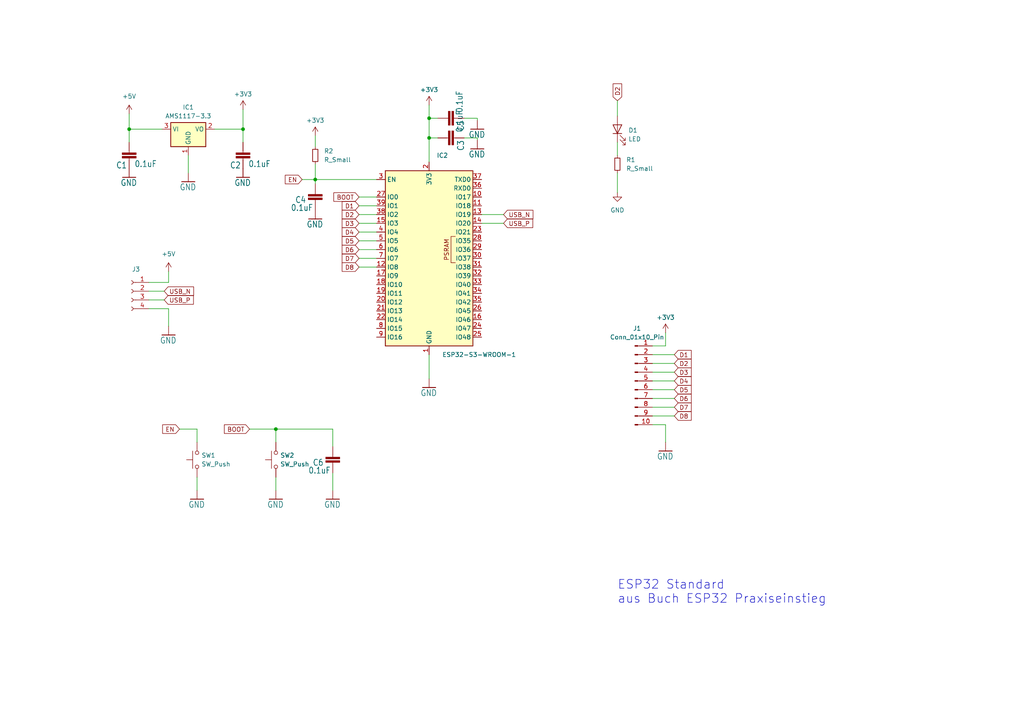
<source format=kicad_sch>
(kicad_sch
	(version 20231120)
	(generator "eeschema")
	(generator_version "8.0")
	(uuid "97444a67-c7a6-4ecf-b348-c947cd9a4651")
	(paper "A4")
	(lib_symbols
		(symbol "555 Ftxiao RP2040 RevA-eagle-import:C-EUC1206"
			(exclude_from_sim no)
			(in_bom yes)
			(on_board yes)
			(property "Reference" "C"
				(at 1.524 0.381 0)
				(effects
					(font
						(size 1.778 1.5113)
					)
					(justify left bottom)
				)
			)
			(property "Value" ""
				(at 1.524 -4.699 0)
				(effects
					(font
						(size 1.778 1.5113)
					)
					(justify left bottom)
				)
			)
			(property "Footprint" "555 Ftxiao RP2040 RevA:C1206"
				(at 0 0 0)
				(effects
					(font
						(size 1.27 1.27)
					)
					(hide yes)
				)
			)
			(property "Datasheet" ""
				(at 0 0 0)
				(effects
					(font
						(size 1.27 1.27)
					)
					(hide yes)
				)
			)
			(property "Description" ""
				(at 0 0 0)
				(effects
					(font
						(size 1.27 1.27)
					)
					(hide yes)
				)
			)
			(property "ki_locked" ""
				(at 0 0 0)
				(effects
					(font
						(size 1.27 1.27)
					)
				)
			)
			(symbol "C-EUC1206_1_0"
				(rectangle
					(start -2.032 -2.032)
					(end 2.032 -1.524)
					(stroke
						(width 0)
						(type default)
					)
					(fill
						(type outline)
					)
				)
				(rectangle
					(start -2.032 -1.016)
					(end 2.032 -0.508)
					(stroke
						(width 0)
						(type default)
					)
					(fill
						(type outline)
					)
				)
				(polyline
					(pts
						(xy 0 -2.54) (xy 0 -2.032)
					)
					(stroke
						(width 0.1524)
						(type solid)
					)
					(fill
						(type none)
					)
				)
				(polyline
					(pts
						(xy 0 0) (xy 0 -0.508)
					)
					(stroke
						(width 0.1524)
						(type solid)
					)
					(fill
						(type none)
					)
				)
				(pin passive line
					(at 0 2.54 270)
					(length 2.54)
					(name "1"
						(effects
							(font
								(size 0 0)
							)
						)
					)
					(number "1"
						(effects
							(font
								(size 0 0)
							)
						)
					)
				)
				(pin passive line
					(at 0 -5.08 90)
					(length 2.54)
					(name "2"
						(effects
							(font
								(size 0 0)
							)
						)
					)
					(number "2"
						(effects
							(font
								(size 0 0)
							)
						)
					)
				)
			)
		)
		(symbol "555 Ftxiao RP2040 RevA-eagle-import:GND"
			(power)
			(exclude_from_sim no)
			(in_bom yes)
			(on_board yes)
			(property "Reference" "#GND"
				(at 0 0 0)
				(effects
					(font
						(size 1.27 1.27)
					)
					(hide yes)
				)
			)
			(property "Value" "GND"
				(at -2.54 -2.54 0)
				(effects
					(font
						(size 1.778 1.5113)
					)
					(justify left bottom)
				)
			)
			(property "Footprint" ""
				(at 0 0 0)
				(effects
					(font
						(size 1.27 1.27)
					)
					(hide yes)
				)
			)
			(property "Datasheet" ""
				(at 0 0 0)
				(effects
					(font
						(size 1.27 1.27)
					)
					(hide yes)
				)
			)
			(property "Description" ""
				(at 0 0 0)
				(effects
					(font
						(size 1.27 1.27)
					)
					(hide yes)
				)
			)
			(property "ki_locked" ""
				(at 0 0 0)
				(effects
					(font
						(size 1.27 1.27)
					)
				)
			)
			(symbol "GND_1_0"
				(polyline
					(pts
						(xy -1.905 0) (xy 1.905 0)
					)
					(stroke
						(width 0.254)
						(type solid)
					)
					(fill
						(type none)
					)
				)
				(pin power_in line
					(at 0 2.54 270)
					(length 2.54)
					(name "GND"
						(effects
							(font
								(size 0 0)
							)
						)
					)
					(number "1"
						(effects
							(font
								(size 0 0)
							)
						)
					)
				)
			)
		)
		(symbol "Connector:Conn_01x04_Socket"
			(pin_names
				(offset 1.016) hide)
			(exclude_from_sim no)
			(in_bom yes)
			(on_board yes)
			(property "Reference" "J"
				(at 0 5.08 0)
				(effects
					(font
						(size 1.27 1.27)
					)
				)
			)
			(property "Value" "Conn_01x04_Socket"
				(at 0 -7.62 0)
				(effects
					(font
						(size 1.27 1.27)
					)
				)
			)
			(property "Footprint" ""
				(at 0 0 0)
				(effects
					(font
						(size 1.27 1.27)
					)
					(hide yes)
				)
			)
			(property "Datasheet" "~"
				(at 0 0 0)
				(effects
					(font
						(size 1.27 1.27)
					)
					(hide yes)
				)
			)
			(property "Description" "Generic connector, single row, 01x04, script generated"
				(at 0 0 0)
				(effects
					(font
						(size 1.27 1.27)
					)
					(hide yes)
				)
			)
			(property "ki_locked" ""
				(at 0 0 0)
				(effects
					(font
						(size 1.27 1.27)
					)
				)
			)
			(property "ki_keywords" "connector"
				(at 0 0 0)
				(effects
					(font
						(size 1.27 1.27)
					)
					(hide yes)
				)
			)
			(property "ki_fp_filters" "Connector*:*_1x??_*"
				(at 0 0 0)
				(effects
					(font
						(size 1.27 1.27)
					)
					(hide yes)
				)
			)
			(symbol "Conn_01x04_Socket_1_1"
				(arc
					(start 0 -4.572)
					(mid -0.5058 -5.08)
					(end 0 -5.588)
					(stroke
						(width 0.1524)
						(type default)
					)
					(fill
						(type none)
					)
				)
				(arc
					(start 0 -2.032)
					(mid -0.5058 -2.54)
					(end 0 -3.048)
					(stroke
						(width 0.1524)
						(type default)
					)
					(fill
						(type none)
					)
				)
				(polyline
					(pts
						(xy -1.27 -5.08) (xy -0.508 -5.08)
					)
					(stroke
						(width 0.1524)
						(type default)
					)
					(fill
						(type none)
					)
				)
				(polyline
					(pts
						(xy -1.27 -2.54) (xy -0.508 -2.54)
					)
					(stroke
						(width 0.1524)
						(type default)
					)
					(fill
						(type none)
					)
				)
				(polyline
					(pts
						(xy -1.27 0) (xy -0.508 0)
					)
					(stroke
						(width 0.1524)
						(type default)
					)
					(fill
						(type none)
					)
				)
				(polyline
					(pts
						(xy -1.27 2.54) (xy -0.508 2.54)
					)
					(stroke
						(width 0.1524)
						(type default)
					)
					(fill
						(type none)
					)
				)
				(arc
					(start 0 0.508)
					(mid -0.5058 0)
					(end 0 -0.508)
					(stroke
						(width 0.1524)
						(type default)
					)
					(fill
						(type none)
					)
				)
				(arc
					(start 0 3.048)
					(mid -0.5058 2.54)
					(end 0 2.032)
					(stroke
						(width 0.1524)
						(type default)
					)
					(fill
						(type none)
					)
				)
				(pin passive line
					(at -5.08 2.54 0)
					(length 3.81)
					(name "Pin_1"
						(effects
							(font
								(size 1.27 1.27)
							)
						)
					)
					(number "1"
						(effects
							(font
								(size 1.27 1.27)
							)
						)
					)
				)
				(pin passive line
					(at -5.08 0 0)
					(length 3.81)
					(name "Pin_2"
						(effects
							(font
								(size 1.27 1.27)
							)
						)
					)
					(number "2"
						(effects
							(font
								(size 1.27 1.27)
							)
						)
					)
				)
				(pin passive line
					(at -5.08 -2.54 0)
					(length 3.81)
					(name "Pin_3"
						(effects
							(font
								(size 1.27 1.27)
							)
						)
					)
					(number "3"
						(effects
							(font
								(size 1.27 1.27)
							)
						)
					)
				)
				(pin passive line
					(at -5.08 -5.08 0)
					(length 3.81)
					(name "Pin_4"
						(effects
							(font
								(size 1.27 1.27)
							)
						)
					)
					(number "4"
						(effects
							(font
								(size 1.27 1.27)
							)
						)
					)
				)
			)
		)
		(symbol "Connector:Conn_01x10_Pin"
			(pin_names
				(offset 1.016) hide)
			(exclude_from_sim no)
			(in_bom yes)
			(on_board yes)
			(property "Reference" "J"
				(at 0 12.7 0)
				(effects
					(font
						(size 1.27 1.27)
					)
				)
			)
			(property "Value" "Conn_01x10_Pin"
				(at 0 -15.24 0)
				(effects
					(font
						(size 1.27 1.27)
					)
				)
			)
			(property "Footprint" ""
				(at 0 0 0)
				(effects
					(font
						(size 1.27 1.27)
					)
					(hide yes)
				)
			)
			(property "Datasheet" "~"
				(at 0 0 0)
				(effects
					(font
						(size 1.27 1.27)
					)
					(hide yes)
				)
			)
			(property "Description" "Generic connector, single row, 01x10, script generated"
				(at 0 0 0)
				(effects
					(font
						(size 1.27 1.27)
					)
					(hide yes)
				)
			)
			(property "ki_locked" ""
				(at 0 0 0)
				(effects
					(font
						(size 1.27 1.27)
					)
				)
			)
			(property "ki_keywords" "connector"
				(at 0 0 0)
				(effects
					(font
						(size 1.27 1.27)
					)
					(hide yes)
				)
			)
			(property "ki_fp_filters" "Connector*:*_1x??_*"
				(at 0 0 0)
				(effects
					(font
						(size 1.27 1.27)
					)
					(hide yes)
				)
			)
			(symbol "Conn_01x10_Pin_1_1"
				(polyline
					(pts
						(xy 1.27 -12.7) (xy 0.8636 -12.7)
					)
					(stroke
						(width 0.1524)
						(type default)
					)
					(fill
						(type none)
					)
				)
				(polyline
					(pts
						(xy 1.27 -10.16) (xy 0.8636 -10.16)
					)
					(stroke
						(width 0.1524)
						(type default)
					)
					(fill
						(type none)
					)
				)
				(polyline
					(pts
						(xy 1.27 -7.62) (xy 0.8636 -7.62)
					)
					(stroke
						(width 0.1524)
						(type default)
					)
					(fill
						(type none)
					)
				)
				(polyline
					(pts
						(xy 1.27 -5.08) (xy 0.8636 -5.08)
					)
					(stroke
						(width 0.1524)
						(type default)
					)
					(fill
						(type none)
					)
				)
				(polyline
					(pts
						(xy 1.27 -2.54) (xy 0.8636 -2.54)
					)
					(stroke
						(width 0.1524)
						(type default)
					)
					(fill
						(type none)
					)
				)
				(polyline
					(pts
						(xy 1.27 0) (xy 0.8636 0)
					)
					(stroke
						(width 0.1524)
						(type default)
					)
					(fill
						(type none)
					)
				)
				(polyline
					(pts
						(xy 1.27 2.54) (xy 0.8636 2.54)
					)
					(stroke
						(width 0.1524)
						(type default)
					)
					(fill
						(type none)
					)
				)
				(polyline
					(pts
						(xy 1.27 5.08) (xy 0.8636 5.08)
					)
					(stroke
						(width 0.1524)
						(type default)
					)
					(fill
						(type none)
					)
				)
				(polyline
					(pts
						(xy 1.27 7.62) (xy 0.8636 7.62)
					)
					(stroke
						(width 0.1524)
						(type default)
					)
					(fill
						(type none)
					)
				)
				(polyline
					(pts
						(xy 1.27 10.16) (xy 0.8636 10.16)
					)
					(stroke
						(width 0.1524)
						(type default)
					)
					(fill
						(type none)
					)
				)
				(rectangle
					(start 0.8636 -12.573)
					(end 0 -12.827)
					(stroke
						(width 0.1524)
						(type default)
					)
					(fill
						(type outline)
					)
				)
				(rectangle
					(start 0.8636 -10.033)
					(end 0 -10.287)
					(stroke
						(width 0.1524)
						(type default)
					)
					(fill
						(type outline)
					)
				)
				(rectangle
					(start 0.8636 -7.493)
					(end 0 -7.747)
					(stroke
						(width 0.1524)
						(type default)
					)
					(fill
						(type outline)
					)
				)
				(rectangle
					(start 0.8636 -4.953)
					(end 0 -5.207)
					(stroke
						(width 0.1524)
						(type default)
					)
					(fill
						(type outline)
					)
				)
				(rectangle
					(start 0.8636 -2.413)
					(end 0 -2.667)
					(stroke
						(width 0.1524)
						(type default)
					)
					(fill
						(type outline)
					)
				)
				(rectangle
					(start 0.8636 0.127)
					(end 0 -0.127)
					(stroke
						(width 0.1524)
						(type default)
					)
					(fill
						(type outline)
					)
				)
				(rectangle
					(start 0.8636 2.667)
					(end 0 2.413)
					(stroke
						(width 0.1524)
						(type default)
					)
					(fill
						(type outline)
					)
				)
				(rectangle
					(start 0.8636 5.207)
					(end 0 4.953)
					(stroke
						(width 0.1524)
						(type default)
					)
					(fill
						(type outline)
					)
				)
				(rectangle
					(start 0.8636 7.747)
					(end 0 7.493)
					(stroke
						(width 0.1524)
						(type default)
					)
					(fill
						(type outline)
					)
				)
				(rectangle
					(start 0.8636 10.287)
					(end 0 10.033)
					(stroke
						(width 0.1524)
						(type default)
					)
					(fill
						(type outline)
					)
				)
				(pin passive line
					(at 5.08 10.16 180)
					(length 3.81)
					(name "Pin_1"
						(effects
							(font
								(size 1.27 1.27)
							)
						)
					)
					(number "1"
						(effects
							(font
								(size 1.27 1.27)
							)
						)
					)
				)
				(pin passive line
					(at 5.08 -12.7 180)
					(length 3.81)
					(name "Pin_10"
						(effects
							(font
								(size 1.27 1.27)
							)
						)
					)
					(number "10"
						(effects
							(font
								(size 1.27 1.27)
							)
						)
					)
				)
				(pin passive line
					(at 5.08 7.62 180)
					(length 3.81)
					(name "Pin_2"
						(effects
							(font
								(size 1.27 1.27)
							)
						)
					)
					(number "2"
						(effects
							(font
								(size 1.27 1.27)
							)
						)
					)
				)
				(pin passive line
					(at 5.08 5.08 180)
					(length 3.81)
					(name "Pin_3"
						(effects
							(font
								(size 1.27 1.27)
							)
						)
					)
					(number "3"
						(effects
							(font
								(size 1.27 1.27)
							)
						)
					)
				)
				(pin passive line
					(at 5.08 2.54 180)
					(length 3.81)
					(name "Pin_4"
						(effects
							(font
								(size 1.27 1.27)
							)
						)
					)
					(number "4"
						(effects
							(font
								(size 1.27 1.27)
							)
						)
					)
				)
				(pin passive line
					(at 5.08 0 180)
					(length 3.81)
					(name "Pin_5"
						(effects
							(font
								(size 1.27 1.27)
							)
						)
					)
					(number "5"
						(effects
							(font
								(size 1.27 1.27)
							)
						)
					)
				)
				(pin passive line
					(at 5.08 -2.54 180)
					(length 3.81)
					(name "Pin_6"
						(effects
							(font
								(size 1.27 1.27)
							)
						)
					)
					(number "6"
						(effects
							(font
								(size 1.27 1.27)
							)
						)
					)
				)
				(pin passive line
					(at 5.08 -5.08 180)
					(length 3.81)
					(name "Pin_7"
						(effects
							(font
								(size 1.27 1.27)
							)
						)
					)
					(number "7"
						(effects
							(font
								(size 1.27 1.27)
							)
						)
					)
				)
				(pin passive line
					(at 5.08 -7.62 180)
					(length 3.81)
					(name "Pin_8"
						(effects
							(font
								(size 1.27 1.27)
							)
						)
					)
					(number "8"
						(effects
							(font
								(size 1.27 1.27)
							)
						)
					)
				)
				(pin passive line
					(at 5.08 -10.16 180)
					(length 3.81)
					(name "Pin_9"
						(effects
							(font
								(size 1.27 1.27)
							)
						)
					)
					(number "9"
						(effects
							(font
								(size 1.27 1.27)
							)
						)
					)
				)
			)
		)
		(symbol "Device:LED"
			(pin_numbers hide)
			(pin_names
				(offset 1.016) hide)
			(exclude_from_sim no)
			(in_bom yes)
			(on_board yes)
			(property "Reference" "D"
				(at 0 2.54 0)
				(effects
					(font
						(size 1.27 1.27)
					)
				)
			)
			(property "Value" "LED"
				(at 0 -2.54 0)
				(effects
					(font
						(size 1.27 1.27)
					)
				)
			)
			(property "Footprint" ""
				(at 0 0 0)
				(effects
					(font
						(size 1.27 1.27)
					)
					(hide yes)
				)
			)
			(property "Datasheet" "~"
				(at 0 0 0)
				(effects
					(font
						(size 1.27 1.27)
					)
					(hide yes)
				)
			)
			(property "Description" "Light emitting diode"
				(at 0 0 0)
				(effects
					(font
						(size 1.27 1.27)
					)
					(hide yes)
				)
			)
			(property "ki_keywords" "LED diode"
				(at 0 0 0)
				(effects
					(font
						(size 1.27 1.27)
					)
					(hide yes)
				)
			)
			(property "ki_fp_filters" "LED* LED_SMD:* LED_THT:*"
				(at 0 0 0)
				(effects
					(font
						(size 1.27 1.27)
					)
					(hide yes)
				)
			)
			(symbol "LED_0_1"
				(polyline
					(pts
						(xy -1.27 -1.27) (xy -1.27 1.27)
					)
					(stroke
						(width 0.2032)
						(type solid)
					)
					(fill
						(type none)
					)
				)
				(polyline
					(pts
						(xy -1.27 0) (xy 1.27 0)
					)
					(stroke
						(width 0)
						(type solid)
					)
					(fill
						(type none)
					)
				)
				(polyline
					(pts
						(xy 1.27 -1.27) (xy 1.27 1.27) (xy -1.27 0) (xy 1.27 -1.27)
					)
					(stroke
						(width 0.2032)
						(type solid)
					)
					(fill
						(type none)
					)
				)
				(polyline
					(pts
						(xy -3.048 -0.762) (xy -4.572 -2.286) (xy -3.81 -2.286) (xy -4.572 -2.286) (xy -4.572 -1.524)
					)
					(stroke
						(width 0)
						(type solid)
					)
					(fill
						(type none)
					)
				)
				(polyline
					(pts
						(xy -1.778 -0.762) (xy -3.302 -2.286) (xy -2.54 -2.286) (xy -3.302 -2.286) (xy -3.302 -1.524)
					)
					(stroke
						(width 0)
						(type solid)
					)
					(fill
						(type none)
					)
				)
			)
			(symbol "LED_1_1"
				(pin passive line
					(at -3.81 0 0)
					(length 2.54)
					(name "K"
						(effects
							(font
								(size 1.27 1.27)
							)
						)
					)
					(number "1"
						(effects
							(font
								(size 1.27 1.27)
							)
						)
					)
				)
				(pin passive line
					(at 3.81 0 180)
					(length 2.54)
					(name "A"
						(effects
							(font
								(size 1.27 1.27)
							)
						)
					)
					(number "2"
						(effects
							(font
								(size 1.27 1.27)
							)
						)
					)
				)
			)
		)
		(symbol "Device:R_Small"
			(pin_numbers hide)
			(pin_names
				(offset 0.254) hide)
			(exclude_from_sim no)
			(in_bom yes)
			(on_board yes)
			(property "Reference" "R"
				(at 0.762 0.508 0)
				(effects
					(font
						(size 1.27 1.27)
					)
					(justify left)
				)
			)
			(property "Value" "R_Small"
				(at 0.762 -1.016 0)
				(effects
					(font
						(size 1.27 1.27)
					)
					(justify left)
				)
			)
			(property "Footprint" ""
				(at 0 0 0)
				(effects
					(font
						(size 1.27 1.27)
					)
					(hide yes)
				)
			)
			(property "Datasheet" "~"
				(at 0 0 0)
				(effects
					(font
						(size 1.27 1.27)
					)
					(hide yes)
				)
			)
			(property "Description" "Resistor, small symbol"
				(at 0 0 0)
				(effects
					(font
						(size 1.27 1.27)
					)
					(hide yes)
				)
			)
			(property "ki_keywords" "R resistor"
				(at 0 0 0)
				(effects
					(font
						(size 1.27 1.27)
					)
					(hide yes)
				)
			)
			(property "ki_fp_filters" "R_*"
				(at 0 0 0)
				(effects
					(font
						(size 1.27 1.27)
					)
					(hide yes)
				)
			)
			(symbol "R_Small_0_1"
				(rectangle
					(start -0.762 1.778)
					(end 0.762 -1.778)
					(stroke
						(width 0.2032)
						(type solid)
					)
					(fill
						(type none)
					)
				)
			)
			(symbol "R_Small_1_1"
				(pin passive line
					(at 0 2.54 270)
					(length 0.762)
					(name "~"
						(effects
							(font
								(size 1.27 1.27)
							)
						)
					)
					(number "1"
						(effects
							(font
								(size 1.27 1.27)
							)
						)
					)
				)
				(pin passive line
					(at 0 -2.54 90)
					(length 0.762)
					(name "~"
						(effects
							(font
								(size 1.27 1.27)
							)
						)
					)
					(number "2"
						(effects
							(font
								(size 1.27 1.27)
							)
						)
					)
				)
			)
		)
		(symbol "RF_Module:ESP32-S3-WROOM-1"
			(exclude_from_sim no)
			(in_bom yes)
			(on_board yes)
			(property "Reference" "U"
				(at -12.7 26.67 0)
				(effects
					(font
						(size 1.27 1.27)
					)
				)
			)
			(property "Value" "ESP32-S3-WROOM-1"
				(at 12.7 26.67 0)
				(effects
					(font
						(size 1.27 1.27)
					)
				)
			)
			(property "Footprint" "RF_Module:ESP32-S3-WROOM-1"
				(at 0 2.54 0)
				(effects
					(font
						(size 1.27 1.27)
					)
					(hide yes)
				)
			)
			(property "Datasheet" "https://www.espressif.com/sites/default/files/documentation/esp32-s3-wroom-1_wroom-1u_datasheet_en.pdf"
				(at 0 0 0)
				(effects
					(font
						(size 1.27 1.27)
					)
					(hide yes)
				)
			)
			(property "Description" "RF Module, ESP32-S3 SoC, Wi-Fi 802.11b/g/n, Bluetooth, BLE, 32-bit, 3.3V, onboard antenna, SMD"
				(at 0 0 0)
				(effects
					(font
						(size 1.27 1.27)
					)
					(hide yes)
				)
			)
			(property "ki_keywords" "RF Radio BT ESP ESP32-S3 Espressif onboard PCB antenna"
				(at 0 0 0)
				(effects
					(font
						(size 1.27 1.27)
					)
					(hide yes)
				)
			)
			(property "ki_fp_filters" "ESP32?S3?WROOM?1*"
				(at 0 0 0)
				(effects
					(font
						(size 1.27 1.27)
					)
					(hide yes)
				)
			)
			(symbol "ESP32-S3-WROOM-1_0_0"
				(rectangle
					(start -12.7 25.4)
					(end 12.7 -25.4)
					(stroke
						(width 0.254)
						(type default)
					)
					(fill
						(type background)
					)
				)
				(text "PSRAM"
					(at 5.08 2.54 900)
					(effects
						(font
							(size 1.27 1.27)
						)
					)
				)
			)
			(symbol "ESP32-S3-WROOM-1_0_1"
				(polyline
					(pts
						(xy 7.62 -1.27) (xy 6.35 -1.27) (xy 6.35 6.35) (xy 7.62 6.35)
					)
					(stroke
						(width 0)
						(type default)
					)
					(fill
						(type none)
					)
				)
			)
			(symbol "ESP32-S3-WROOM-1_1_1"
				(pin power_in line
					(at 0 -27.94 90)
					(length 2.54)
					(name "GND"
						(effects
							(font
								(size 1.27 1.27)
							)
						)
					)
					(number "1"
						(effects
							(font
								(size 1.27 1.27)
							)
						)
					)
				)
				(pin bidirectional line
					(at 15.24 17.78 180)
					(length 2.54)
					(name "IO17"
						(effects
							(font
								(size 1.27 1.27)
							)
						)
					)
					(number "10"
						(effects
							(font
								(size 1.27 1.27)
							)
						)
					)
				)
				(pin bidirectional line
					(at 15.24 15.24 180)
					(length 2.54)
					(name "IO18"
						(effects
							(font
								(size 1.27 1.27)
							)
						)
					)
					(number "11"
						(effects
							(font
								(size 1.27 1.27)
							)
						)
					)
				)
				(pin bidirectional line
					(at -15.24 -2.54 0)
					(length 2.54)
					(name "IO8"
						(effects
							(font
								(size 1.27 1.27)
							)
						)
					)
					(number "12"
						(effects
							(font
								(size 1.27 1.27)
							)
						)
					)
				)
				(pin bidirectional line
					(at 15.24 12.7 180)
					(length 2.54)
					(name "IO19"
						(effects
							(font
								(size 1.27 1.27)
							)
						)
					)
					(number "13"
						(effects
							(font
								(size 1.27 1.27)
							)
						)
					)
				)
				(pin bidirectional line
					(at 15.24 10.16 180)
					(length 2.54)
					(name "IO20"
						(effects
							(font
								(size 1.27 1.27)
							)
						)
					)
					(number "14"
						(effects
							(font
								(size 1.27 1.27)
							)
						)
					)
				)
				(pin bidirectional line
					(at -15.24 10.16 0)
					(length 2.54)
					(name "IO3"
						(effects
							(font
								(size 1.27 1.27)
							)
						)
					)
					(number "15"
						(effects
							(font
								(size 1.27 1.27)
							)
						)
					)
				)
				(pin bidirectional line
					(at 15.24 -17.78 180)
					(length 2.54)
					(name "IO46"
						(effects
							(font
								(size 1.27 1.27)
							)
						)
					)
					(number "16"
						(effects
							(font
								(size 1.27 1.27)
							)
						)
					)
				)
				(pin bidirectional line
					(at -15.24 -5.08 0)
					(length 2.54)
					(name "IO9"
						(effects
							(font
								(size 1.27 1.27)
							)
						)
					)
					(number "17"
						(effects
							(font
								(size 1.27 1.27)
							)
						)
					)
				)
				(pin bidirectional line
					(at -15.24 -7.62 0)
					(length 2.54)
					(name "IO10"
						(effects
							(font
								(size 1.27 1.27)
							)
						)
					)
					(number "18"
						(effects
							(font
								(size 1.27 1.27)
							)
						)
					)
				)
				(pin bidirectional line
					(at -15.24 -10.16 0)
					(length 2.54)
					(name "IO11"
						(effects
							(font
								(size 1.27 1.27)
							)
						)
					)
					(number "19"
						(effects
							(font
								(size 1.27 1.27)
							)
						)
					)
				)
				(pin power_in line
					(at 0 27.94 270)
					(length 2.54)
					(name "3V3"
						(effects
							(font
								(size 1.27 1.27)
							)
						)
					)
					(number "2"
						(effects
							(font
								(size 1.27 1.27)
							)
						)
					)
				)
				(pin bidirectional line
					(at -15.24 -12.7 0)
					(length 2.54)
					(name "IO12"
						(effects
							(font
								(size 1.27 1.27)
							)
						)
					)
					(number "20"
						(effects
							(font
								(size 1.27 1.27)
							)
						)
					)
				)
				(pin bidirectional line
					(at -15.24 -15.24 0)
					(length 2.54)
					(name "IO13"
						(effects
							(font
								(size 1.27 1.27)
							)
						)
					)
					(number "21"
						(effects
							(font
								(size 1.27 1.27)
							)
						)
					)
				)
				(pin bidirectional line
					(at -15.24 -17.78 0)
					(length 2.54)
					(name "IO14"
						(effects
							(font
								(size 1.27 1.27)
							)
						)
					)
					(number "22"
						(effects
							(font
								(size 1.27 1.27)
							)
						)
					)
				)
				(pin bidirectional line
					(at 15.24 7.62 180)
					(length 2.54)
					(name "IO21"
						(effects
							(font
								(size 1.27 1.27)
							)
						)
					)
					(number "23"
						(effects
							(font
								(size 1.27 1.27)
							)
						)
					)
				)
				(pin bidirectional line
					(at 15.24 -20.32 180)
					(length 2.54)
					(name "IO47"
						(effects
							(font
								(size 1.27 1.27)
							)
						)
					)
					(number "24"
						(effects
							(font
								(size 1.27 1.27)
							)
						)
					)
				)
				(pin bidirectional line
					(at 15.24 -22.86 180)
					(length 2.54)
					(name "IO48"
						(effects
							(font
								(size 1.27 1.27)
							)
						)
					)
					(number "25"
						(effects
							(font
								(size 1.27 1.27)
							)
						)
					)
				)
				(pin bidirectional line
					(at 15.24 -15.24 180)
					(length 2.54)
					(name "IO45"
						(effects
							(font
								(size 1.27 1.27)
							)
						)
					)
					(number "26"
						(effects
							(font
								(size 1.27 1.27)
							)
						)
					)
				)
				(pin bidirectional line
					(at -15.24 17.78 0)
					(length 2.54)
					(name "IO0"
						(effects
							(font
								(size 1.27 1.27)
							)
						)
					)
					(number "27"
						(effects
							(font
								(size 1.27 1.27)
							)
						)
					)
				)
				(pin bidirectional line
					(at 15.24 5.08 180)
					(length 2.54)
					(name "IO35"
						(effects
							(font
								(size 1.27 1.27)
							)
						)
					)
					(number "28"
						(effects
							(font
								(size 1.27 1.27)
							)
						)
					)
				)
				(pin bidirectional line
					(at 15.24 2.54 180)
					(length 2.54)
					(name "IO36"
						(effects
							(font
								(size 1.27 1.27)
							)
						)
					)
					(number "29"
						(effects
							(font
								(size 1.27 1.27)
							)
						)
					)
				)
				(pin input line
					(at -15.24 22.86 0)
					(length 2.54)
					(name "EN"
						(effects
							(font
								(size 1.27 1.27)
							)
						)
					)
					(number "3"
						(effects
							(font
								(size 1.27 1.27)
							)
						)
					)
				)
				(pin bidirectional line
					(at 15.24 0 180)
					(length 2.54)
					(name "IO37"
						(effects
							(font
								(size 1.27 1.27)
							)
						)
					)
					(number "30"
						(effects
							(font
								(size 1.27 1.27)
							)
						)
					)
				)
				(pin bidirectional line
					(at 15.24 -2.54 180)
					(length 2.54)
					(name "IO38"
						(effects
							(font
								(size 1.27 1.27)
							)
						)
					)
					(number "31"
						(effects
							(font
								(size 1.27 1.27)
							)
						)
					)
				)
				(pin bidirectional line
					(at 15.24 -5.08 180)
					(length 2.54)
					(name "IO39"
						(effects
							(font
								(size 1.27 1.27)
							)
						)
					)
					(number "32"
						(effects
							(font
								(size 1.27 1.27)
							)
						)
					)
				)
				(pin bidirectional line
					(at 15.24 -7.62 180)
					(length 2.54)
					(name "IO40"
						(effects
							(font
								(size 1.27 1.27)
							)
						)
					)
					(number "33"
						(effects
							(font
								(size 1.27 1.27)
							)
						)
					)
				)
				(pin bidirectional line
					(at 15.24 -10.16 180)
					(length 2.54)
					(name "IO41"
						(effects
							(font
								(size 1.27 1.27)
							)
						)
					)
					(number "34"
						(effects
							(font
								(size 1.27 1.27)
							)
						)
					)
				)
				(pin bidirectional line
					(at 15.24 -12.7 180)
					(length 2.54)
					(name "IO42"
						(effects
							(font
								(size 1.27 1.27)
							)
						)
					)
					(number "35"
						(effects
							(font
								(size 1.27 1.27)
							)
						)
					)
				)
				(pin bidirectional line
					(at 15.24 20.32 180)
					(length 2.54)
					(name "RXD0"
						(effects
							(font
								(size 1.27 1.27)
							)
						)
					)
					(number "36"
						(effects
							(font
								(size 1.27 1.27)
							)
						)
					)
				)
				(pin bidirectional line
					(at 15.24 22.86 180)
					(length 2.54)
					(name "TXD0"
						(effects
							(font
								(size 1.27 1.27)
							)
						)
					)
					(number "37"
						(effects
							(font
								(size 1.27 1.27)
							)
						)
					)
				)
				(pin bidirectional line
					(at -15.24 12.7 0)
					(length 2.54)
					(name "IO2"
						(effects
							(font
								(size 1.27 1.27)
							)
						)
					)
					(number "38"
						(effects
							(font
								(size 1.27 1.27)
							)
						)
					)
				)
				(pin bidirectional line
					(at -15.24 15.24 0)
					(length 2.54)
					(name "IO1"
						(effects
							(font
								(size 1.27 1.27)
							)
						)
					)
					(number "39"
						(effects
							(font
								(size 1.27 1.27)
							)
						)
					)
				)
				(pin bidirectional line
					(at -15.24 7.62 0)
					(length 2.54)
					(name "IO4"
						(effects
							(font
								(size 1.27 1.27)
							)
						)
					)
					(number "4"
						(effects
							(font
								(size 1.27 1.27)
							)
						)
					)
				)
				(pin passive line
					(at 0 -27.94 90)
					(length 2.54) hide
					(name "GND"
						(effects
							(font
								(size 1.27 1.27)
							)
						)
					)
					(number "40"
						(effects
							(font
								(size 1.27 1.27)
							)
						)
					)
				)
				(pin passive line
					(at 0 -27.94 90)
					(length 2.54) hide
					(name "GND"
						(effects
							(font
								(size 1.27 1.27)
							)
						)
					)
					(number "41"
						(effects
							(font
								(size 1.27 1.27)
							)
						)
					)
				)
				(pin bidirectional line
					(at -15.24 5.08 0)
					(length 2.54)
					(name "IO5"
						(effects
							(font
								(size 1.27 1.27)
							)
						)
					)
					(number "5"
						(effects
							(font
								(size 1.27 1.27)
							)
						)
					)
				)
				(pin bidirectional line
					(at -15.24 2.54 0)
					(length 2.54)
					(name "IO6"
						(effects
							(font
								(size 1.27 1.27)
							)
						)
					)
					(number "6"
						(effects
							(font
								(size 1.27 1.27)
							)
						)
					)
				)
				(pin bidirectional line
					(at -15.24 0 0)
					(length 2.54)
					(name "IO7"
						(effects
							(font
								(size 1.27 1.27)
							)
						)
					)
					(number "7"
						(effects
							(font
								(size 1.27 1.27)
							)
						)
					)
				)
				(pin bidirectional line
					(at -15.24 -20.32 0)
					(length 2.54)
					(name "IO15"
						(effects
							(font
								(size 1.27 1.27)
							)
						)
					)
					(number "8"
						(effects
							(font
								(size 1.27 1.27)
							)
						)
					)
				)
				(pin bidirectional line
					(at -15.24 -22.86 0)
					(length 2.54)
					(name "IO16"
						(effects
							(font
								(size 1.27 1.27)
							)
						)
					)
					(number "9"
						(effects
							(font
								(size 1.27 1.27)
							)
						)
					)
				)
			)
		)
		(symbol "Regulator_Linear:AMS1117-3.3"
			(exclude_from_sim no)
			(in_bom yes)
			(on_board yes)
			(property "Reference" "U"
				(at -3.81 3.175 0)
				(effects
					(font
						(size 1.27 1.27)
					)
				)
			)
			(property "Value" "AMS1117-3.3"
				(at 0 3.175 0)
				(effects
					(font
						(size 1.27 1.27)
					)
					(justify left)
				)
			)
			(property "Footprint" "Package_TO_SOT_SMD:SOT-223-3_TabPin2"
				(at 0 5.08 0)
				(effects
					(font
						(size 1.27 1.27)
					)
					(hide yes)
				)
			)
			(property "Datasheet" "http://www.advanced-monolithic.com/pdf/ds1117.pdf"
				(at 2.54 -6.35 0)
				(effects
					(font
						(size 1.27 1.27)
					)
					(hide yes)
				)
			)
			(property "Description" "1A Low Dropout regulator, positive, 3.3V fixed output, SOT-223"
				(at 0 0 0)
				(effects
					(font
						(size 1.27 1.27)
					)
					(hide yes)
				)
			)
			(property "ki_keywords" "linear regulator ldo fixed positive"
				(at 0 0 0)
				(effects
					(font
						(size 1.27 1.27)
					)
					(hide yes)
				)
			)
			(property "ki_fp_filters" "SOT?223*TabPin2*"
				(at 0 0 0)
				(effects
					(font
						(size 1.27 1.27)
					)
					(hide yes)
				)
			)
			(symbol "AMS1117-3.3_0_1"
				(rectangle
					(start -5.08 -5.08)
					(end 5.08 1.905)
					(stroke
						(width 0.254)
						(type default)
					)
					(fill
						(type background)
					)
				)
			)
			(symbol "AMS1117-3.3_1_1"
				(pin power_in line
					(at 0 -7.62 90)
					(length 2.54)
					(name "GND"
						(effects
							(font
								(size 1.27 1.27)
							)
						)
					)
					(number "1"
						(effects
							(font
								(size 1.27 1.27)
							)
						)
					)
				)
				(pin power_out line
					(at 7.62 0 180)
					(length 2.54)
					(name "VO"
						(effects
							(font
								(size 1.27 1.27)
							)
						)
					)
					(number "2"
						(effects
							(font
								(size 1.27 1.27)
							)
						)
					)
				)
				(pin power_in line
					(at -7.62 0 0)
					(length 2.54)
					(name "VI"
						(effects
							(font
								(size 1.27 1.27)
							)
						)
					)
					(number "3"
						(effects
							(font
								(size 1.27 1.27)
							)
						)
					)
				)
			)
		)
		(symbol "Switch:SW_Push"
			(pin_numbers hide)
			(pin_names
				(offset 1.016) hide)
			(exclude_from_sim no)
			(in_bom yes)
			(on_board yes)
			(property "Reference" "SW"
				(at 1.27 2.54 0)
				(effects
					(font
						(size 1.27 1.27)
					)
					(justify left)
				)
			)
			(property "Value" "SW_Push"
				(at 0 -1.524 0)
				(effects
					(font
						(size 1.27 1.27)
					)
				)
			)
			(property "Footprint" ""
				(at 0 5.08 0)
				(effects
					(font
						(size 1.27 1.27)
					)
					(hide yes)
				)
			)
			(property "Datasheet" "~"
				(at 0 5.08 0)
				(effects
					(font
						(size 1.27 1.27)
					)
					(hide yes)
				)
			)
			(property "Description" "Push button switch, generic, two pins"
				(at 0 0 0)
				(effects
					(font
						(size 1.27 1.27)
					)
					(hide yes)
				)
			)
			(property "ki_keywords" "switch normally-open pushbutton push-button"
				(at 0 0 0)
				(effects
					(font
						(size 1.27 1.27)
					)
					(hide yes)
				)
			)
			(symbol "SW_Push_0_1"
				(circle
					(center -2.032 0)
					(radius 0.508)
					(stroke
						(width 0)
						(type default)
					)
					(fill
						(type none)
					)
				)
				(polyline
					(pts
						(xy 0 1.27) (xy 0 3.048)
					)
					(stroke
						(width 0)
						(type default)
					)
					(fill
						(type none)
					)
				)
				(polyline
					(pts
						(xy 2.54 1.27) (xy -2.54 1.27)
					)
					(stroke
						(width 0)
						(type default)
					)
					(fill
						(type none)
					)
				)
				(circle
					(center 2.032 0)
					(radius 0.508)
					(stroke
						(width 0)
						(type default)
					)
					(fill
						(type none)
					)
				)
				(pin passive line
					(at -5.08 0 0)
					(length 2.54)
					(name "1"
						(effects
							(font
								(size 1.27 1.27)
							)
						)
					)
					(number "1"
						(effects
							(font
								(size 1.27 1.27)
							)
						)
					)
				)
				(pin passive line
					(at 5.08 0 180)
					(length 2.54)
					(name "2"
						(effects
							(font
								(size 1.27 1.27)
							)
						)
					)
					(number "2"
						(effects
							(font
								(size 1.27 1.27)
							)
						)
					)
				)
			)
		)
		(symbol "power:+3.3V"
			(power)
			(pin_names
				(offset 0)
			)
			(exclude_from_sim no)
			(in_bom yes)
			(on_board yes)
			(property "Reference" "#PWR"
				(at 0 -3.81 0)
				(effects
					(font
						(size 1.27 1.27)
					)
					(hide yes)
				)
			)
			(property "Value" "+3.3V"
				(at 0 3.556 0)
				(effects
					(font
						(size 1.27 1.27)
					)
				)
			)
			(property "Footprint" ""
				(at 0 0 0)
				(effects
					(font
						(size 1.27 1.27)
					)
					(hide yes)
				)
			)
			(property "Datasheet" ""
				(at 0 0 0)
				(effects
					(font
						(size 1.27 1.27)
					)
					(hide yes)
				)
			)
			(property "Description" "Power symbol creates a global label with name \"+3.3V\""
				(at 0 0 0)
				(effects
					(font
						(size 1.27 1.27)
					)
					(hide yes)
				)
			)
			(property "ki_keywords" "power-flag"
				(at 0 0 0)
				(effects
					(font
						(size 1.27 1.27)
					)
					(hide yes)
				)
			)
			(symbol "+3.3V_0_1"
				(polyline
					(pts
						(xy -0.762 1.27) (xy 0 2.54)
					)
					(stroke
						(width 0)
						(type solid)
					)
					(fill
						(type none)
					)
				)
				(polyline
					(pts
						(xy 0 0) (xy 0 2.54)
					)
					(stroke
						(width 0)
						(type solid)
					)
					(fill
						(type none)
					)
				)
				(polyline
					(pts
						(xy 0 2.54) (xy 0.762 1.27)
					)
					(stroke
						(width 0)
						(type solid)
					)
					(fill
						(type none)
					)
				)
			)
			(symbol "+3.3V_1_1"
				(pin power_in line
					(at 0 0 90)
					(length 0) hide
					(name "+3V3"
						(effects
							(font
								(size 1.27 1.27)
							)
						)
					)
					(number "1"
						(effects
							(font
								(size 1.27 1.27)
							)
						)
					)
				)
			)
		)
		(symbol "power:+5V"
			(power)
			(pin_names
				(offset 0)
			)
			(exclude_from_sim no)
			(in_bom yes)
			(on_board yes)
			(property "Reference" "#PWR"
				(at 0 -3.81 0)
				(effects
					(font
						(size 1.27 1.27)
					)
					(hide yes)
				)
			)
			(property "Value" "+5V"
				(at 0 3.556 0)
				(effects
					(font
						(size 1.27 1.27)
					)
				)
			)
			(property "Footprint" ""
				(at 0 0 0)
				(effects
					(font
						(size 1.27 1.27)
					)
					(hide yes)
				)
			)
			(property "Datasheet" ""
				(at 0 0 0)
				(effects
					(font
						(size 1.27 1.27)
					)
					(hide yes)
				)
			)
			(property "Description" "Power symbol creates a global label with name \"+5V\""
				(at 0 0 0)
				(effects
					(font
						(size 1.27 1.27)
					)
					(hide yes)
				)
			)
			(property "ki_keywords" "power-flag"
				(at 0 0 0)
				(effects
					(font
						(size 1.27 1.27)
					)
					(hide yes)
				)
			)
			(symbol "+5V_0_1"
				(polyline
					(pts
						(xy -0.762 1.27) (xy 0 2.54)
					)
					(stroke
						(width 0)
						(type solid)
					)
					(fill
						(type none)
					)
				)
				(polyline
					(pts
						(xy 0 0) (xy 0 2.54)
					)
					(stroke
						(width 0)
						(type solid)
					)
					(fill
						(type none)
					)
				)
				(polyline
					(pts
						(xy 0 2.54) (xy 0.762 1.27)
					)
					(stroke
						(width 0)
						(type solid)
					)
					(fill
						(type none)
					)
				)
			)
			(symbol "+5V_1_1"
				(pin power_in line
					(at 0 0 90)
					(length 0) hide
					(name "+5V"
						(effects
							(font
								(size 1.27 1.27)
							)
						)
					)
					(number "1"
						(effects
							(font
								(size 1.27 1.27)
							)
						)
					)
				)
			)
		)
		(symbol "power:GND"
			(power)
			(pin_names
				(offset 0)
			)
			(exclude_from_sim no)
			(in_bom yes)
			(on_board yes)
			(property "Reference" "#PWR"
				(at 0 -6.35 0)
				(effects
					(font
						(size 1.27 1.27)
					)
					(hide yes)
				)
			)
			(property "Value" "GND"
				(at 0 -3.81 0)
				(effects
					(font
						(size 1.27 1.27)
					)
				)
			)
			(property "Footprint" ""
				(at 0 0 0)
				(effects
					(font
						(size 1.27 1.27)
					)
					(hide yes)
				)
			)
			(property "Datasheet" ""
				(at 0 0 0)
				(effects
					(font
						(size 1.27 1.27)
					)
					(hide yes)
				)
			)
			(property "Description" "Power symbol creates a global label with name \"GND\" , ground"
				(at 0 0 0)
				(effects
					(font
						(size 1.27 1.27)
					)
					(hide yes)
				)
			)
			(property "ki_keywords" "power-flag"
				(at 0 0 0)
				(effects
					(font
						(size 1.27 1.27)
					)
					(hide yes)
				)
			)
			(symbol "GND_0_1"
				(polyline
					(pts
						(xy 0 0) (xy 0 -1.27) (xy 1.27 -1.27) (xy 0 -2.54) (xy -1.27 -1.27) (xy 0 -1.27)
					)
					(stroke
						(width 0)
						(type solid)
					)
					(fill
						(type none)
					)
				)
			)
			(symbol "GND_1_1"
				(pin power_in line
					(at 0 0 270)
					(length 0) hide
					(name "GND"
						(effects
							(font
								(size 1.27 1.27)
							)
						)
					)
					(number "1"
						(effects
							(font
								(size 1.27 1.27)
							)
						)
					)
				)
			)
		)
	)
	(junction
		(at 80.01 124.46)
		(diameter 0)
		(color 0 0 0 0)
		(uuid "1f9a72fb-cfc4-45a5-8c3d-7bd28f14cd1e")
	)
	(junction
		(at 124.46 34.29)
		(diameter 0)
		(color 0 0 0 0)
		(uuid "38615767-b1a7-47f6-91b8-f8f9fdbd5d12")
	)
	(junction
		(at 124.46 40.005)
		(diameter 0)
		(color 0 0 0 0)
		(uuid "3b9f8d4e-4a57-4765-95b2-0f8713523881")
	)
	(junction
		(at 70.485 37.465)
		(diameter 0)
		(color 0 0 0 0)
		(uuid "62c5f30b-58c7-45c4-9e5c-414e52cb892f")
	)
	(junction
		(at 91.44 52.07)
		(diameter 0)
		(color 0 0 0 0)
		(uuid "6be77810-2971-4efd-9730-65e31dbf1d5c")
	)
	(junction
		(at 37.465 37.465)
		(diameter 0)
		(color 0 0 0 0)
		(uuid "f28c6c1d-af86-4ee8-b298-220e4ddc506d")
	)
	(wire
		(pts
			(xy 179.07 41.275) (xy 179.07 45.085)
		)
		(stroke
			(width 0)
			(type default)
		)
		(uuid "09dffb80-d622-4490-8005-ebf158becc08")
	)
	(wire
		(pts
			(xy 189.23 120.65) (xy 195.58 120.65)
		)
		(stroke
			(width 0)
			(type default)
		)
		(uuid "0e9cf0e5-f822-40a5-b1a7-028a9ed7d277")
	)
	(wire
		(pts
			(xy 124.46 40.005) (xy 124.46 46.99)
		)
		(stroke
			(width 0)
			(type default)
		)
		(uuid "10dd5c1f-4655-4c37-8819-7773f85bf578")
	)
	(wire
		(pts
			(xy 43.18 89.535) (xy 48.895 89.535)
		)
		(stroke
			(width 0)
			(type default)
		)
		(uuid "1886f61f-4373-4795-b971-6bf0c4d3e694")
	)
	(wire
		(pts
			(xy 43.18 86.995) (xy 47.625 86.995)
		)
		(stroke
			(width 0)
			(type default)
		)
		(uuid "1df63677-264d-462c-96a5-77392d8b9a9d")
	)
	(wire
		(pts
			(xy 62.23 37.465) (xy 70.485 37.465)
		)
		(stroke
			(width 0)
			(type default)
		)
		(uuid "1e508c9a-71df-42e6-b61a-5010fb886df5")
	)
	(wire
		(pts
			(xy 189.23 123.19) (xy 193.04 123.19)
		)
		(stroke
			(width 0)
			(type default)
		)
		(uuid "257dcff0-673d-46b7-aefe-10a24f2df904")
	)
	(wire
		(pts
			(xy 72.39 124.46) (xy 80.01 124.46)
		)
		(stroke
			(width 0)
			(type default)
		)
		(uuid "267a2ec8-4fe4-4b8c-836b-21f4ee08c48b")
	)
	(wire
		(pts
			(xy 134.62 40.005) (xy 138.43 40.005)
		)
		(stroke
			(width 0)
			(type default)
		)
		(uuid "28254d82-f4a0-47e7-bc64-369b22241c6c")
	)
	(wire
		(pts
			(xy 80.01 138.43) (xy 80.01 142.24)
		)
		(stroke
			(width 0)
			(type default)
		)
		(uuid "2b606f46-5215-4796-9d39-8334630ed1b3")
	)
	(wire
		(pts
			(xy 104.14 62.23) (xy 109.22 62.23)
		)
		(stroke
			(width 0)
			(type default)
		)
		(uuid "34586f9c-80f3-441c-a10a-43217c169b1b")
	)
	(wire
		(pts
			(xy 124.46 34.29) (xy 124.46 40.005)
		)
		(stroke
			(width 0)
			(type default)
		)
		(uuid "36fa7d5a-380e-47a1-a30f-ce33b3a54edf")
	)
	(wire
		(pts
			(xy 124.46 102.87) (xy 124.46 109.855)
		)
		(stroke
			(width 0)
			(type default)
		)
		(uuid "3714b7ea-0d51-4969-ae10-949298571b7e")
	)
	(wire
		(pts
			(xy 104.14 57.15) (xy 109.22 57.15)
		)
		(stroke
			(width 0)
			(type default)
		)
		(uuid "3ae26fc6-fa27-4c99-9ae0-04802434d6d5")
	)
	(wire
		(pts
			(xy 91.44 39.37) (xy 91.44 42.545)
		)
		(stroke
			(width 0)
			(type default)
		)
		(uuid "3f841eb0-35d2-4a25-8edd-cca45f424a6f")
	)
	(wire
		(pts
			(xy 91.44 52.07) (xy 91.44 53.34)
		)
		(stroke
			(width 0)
			(type default)
		)
		(uuid "41b1c764-c8a4-4fb7-bd41-81e0c2bcc610")
	)
	(wire
		(pts
			(xy 189.23 105.41) (xy 195.58 105.41)
		)
		(stroke
			(width 0)
			(type default)
		)
		(uuid "44f2a00d-17be-402f-ba9c-75b424d991b8")
	)
	(wire
		(pts
			(xy 80.01 124.46) (xy 80.01 128.27)
		)
		(stroke
			(width 0)
			(type default)
		)
		(uuid "481b9182-774a-4420-8f31-3630f5f25817")
	)
	(wire
		(pts
			(xy 104.14 74.93) (xy 109.22 74.93)
		)
		(stroke
			(width 0)
			(type default)
		)
		(uuid "4c92ef8e-addf-493d-90c1-c396dd2632de")
	)
	(wire
		(pts
			(xy 91.44 47.625) (xy 91.44 52.07)
		)
		(stroke
			(width 0)
			(type default)
		)
		(uuid "4d13485e-12ef-47d1-8aa2-09339f4d70ef")
	)
	(wire
		(pts
			(xy 109.22 52.07) (xy 91.44 52.07)
		)
		(stroke
			(width 0)
			(type default)
		)
		(uuid "4d866db7-aac7-48c5-bf44-538d891d76cd")
	)
	(wire
		(pts
			(xy 124.46 30.48) (xy 124.46 34.29)
		)
		(stroke
			(width 0)
			(type default)
		)
		(uuid "57d4659b-7e9d-4005-a3c7-f60675c1ecf4")
	)
	(wire
		(pts
			(xy 96.52 137.16) (xy 96.52 142.24)
		)
		(stroke
			(width 0)
			(type default)
		)
		(uuid "62cf13f6-28f8-4ea0-ba73-27c7ffaa46b0")
	)
	(wire
		(pts
			(xy 189.23 102.87) (xy 195.58 102.87)
		)
		(stroke
			(width 0)
			(type default)
		)
		(uuid "67ab456a-6a4a-46fa-a973-776a41334b47")
	)
	(wire
		(pts
			(xy 193.04 123.19) (xy 193.04 128.27)
		)
		(stroke
			(width 0)
			(type default)
		)
		(uuid "6926bbe2-7121-400f-b236-b85e98585bf1")
	)
	(wire
		(pts
			(xy 104.14 72.39) (xy 109.22 72.39)
		)
		(stroke
			(width 0)
			(type default)
		)
		(uuid "79919afc-9f2a-4663-84a6-c12a46357f1a")
	)
	(wire
		(pts
			(xy 146.05 62.23) (xy 139.7 62.23)
		)
		(stroke
			(width 0)
			(type default)
		)
		(uuid "7c695b72-73bc-4d9f-925a-da0a87fab3cf")
	)
	(wire
		(pts
			(xy 193.04 100.33) (xy 193.04 96.52)
		)
		(stroke
			(width 0)
			(type default)
		)
		(uuid "8b5bfa2c-4750-4597-9f77-30e39483e89f")
	)
	(wire
		(pts
			(xy 52.07 124.46) (xy 57.15 124.46)
		)
		(stroke
			(width 0)
			(type default)
		)
		(uuid "8dac55a8-6b11-4c6f-9962-a93708dbf09c")
	)
	(wire
		(pts
			(xy 104.14 64.77) (xy 109.22 64.77)
		)
		(stroke
			(width 0)
			(type default)
		)
		(uuid "8dd17f05-5d1e-4bc2-814b-f61b8a94eb57")
	)
	(wire
		(pts
			(xy 189.23 100.33) (xy 193.04 100.33)
		)
		(stroke
			(width 0)
			(type default)
		)
		(uuid "912d1019-838d-4c27-9686-025de7d5b2e4")
	)
	(wire
		(pts
			(xy 37.465 37.465) (xy 37.465 41.275)
		)
		(stroke
			(width 0)
			(type default)
		)
		(uuid "92ed3faf-5b0c-4c67-a592-2a4be9803a63")
	)
	(wire
		(pts
			(xy 138.43 40.005) (xy 138.43 40.64)
		)
		(stroke
			(width 0)
			(type default)
		)
		(uuid "96eb9596-4a1a-4beb-a637-3c644dab366f")
	)
	(wire
		(pts
			(xy 189.23 118.11) (xy 195.58 118.11)
		)
		(stroke
			(width 0)
			(type default)
		)
		(uuid "9709450b-6996-482d-8614-3653aebe08ad")
	)
	(wire
		(pts
			(xy 46.99 37.465) (xy 37.465 37.465)
		)
		(stroke
			(width 0)
			(type default)
		)
		(uuid "97c5f673-2e8b-44a2-9137-475c2ea2d858")
	)
	(wire
		(pts
			(xy 124.46 40.005) (xy 127 40.005)
		)
		(stroke
			(width 0)
			(type default)
		)
		(uuid "9a649d89-58a5-489a-99aa-64c047404df9")
	)
	(wire
		(pts
			(xy 57.15 138.43) (xy 57.15 142.24)
		)
		(stroke
			(width 0)
			(type default)
		)
		(uuid "9cf09f61-346a-4ee0-bfcd-adf9a860cd46")
	)
	(wire
		(pts
			(xy 138.43 34.29) (xy 138.43 34.925)
		)
		(stroke
			(width 0)
			(type default)
		)
		(uuid "9ead04e6-50c8-427c-8376-22f719beb6fd")
	)
	(wire
		(pts
			(xy 43.18 84.455) (xy 47.625 84.455)
		)
		(stroke
			(width 0)
			(type default)
		)
		(uuid "9f45c6c6-c3ec-45fd-b936-61dbfe96f2e1")
	)
	(wire
		(pts
			(xy 134.62 34.29) (xy 138.43 34.29)
		)
		(stroke
			(width 0)
			(type default)
		)
		(uuid "a0fd55c7-849f-48d2-8623-6afca6d7eadc")
	)
	(wire
		(pts
			(xy 179.07 29.21) (xy 179.07 33.655)
		)
		(stroke
			(width 0)
			(type default)
		)
		(uuid "a36bde03-1403-4700-9dab-3535d855209a")
	)
	(wire
		(pts
			(xy 104.14 77.47) (xy 109.22 77.47)
		)
		(stroke
			(width 0)
			(type default)
		)
		(uuid "a87bb2c1-bf1e-43f8-aa9a-e867b89356bd")
	)
	(wire
		(pts
			(xy 189.23 113.03) (xy 195.58 113.03)
		)
		(stroke
			(width 0)
			(type default)
		)
		(uuid "a9765475-8b18-4b09-a91a-3284eaf967f4")
	)
	(wire
		(pts
			(xy 104.14 69.85) (xy 109.22 69.85)
		)
		(stroke
			(width 0)
			(type default)
		)
		(uuid "aaa36a7e-3de9-40af-b55a-1ddb3821a440")
	)
	(wire
		(pts
			(xy 70.485 37.465) (xy 70.485 41.275)
		)
		(stroke
			(width 0.1524)
			(type solid)
		)
		(uuid "b3cf7d83-b066-47ee-8949-e9873b3e8bb2")
	)
	(wire
		(pts
			(xy 43.18 81.915) (xy 48.895 81.915)
		)
		(stroke
			(width 0)
			(type default)
		)
		(uuid "b446f928-b7e2-4a02-9302-2a30644517e6")
	)
	(wire
		(pts
			(xy 54.61 50.165) (xy 54.61 45.085)
		)
		(stroke
			(width 0.1524)
			(type solid)
		)
		(uuid "ba0e22a0-67fb-4e79-ba2a-4643841f6272")
	)
	(wire
		(pts
			(xy 104.14 67.31) (xy 109.22 67.31)
		)
		(stroke
			(width 0)
			(type default)
		)
		(uuid "bb2d276c-90d2-4343-afb9-205ac1bf91f5")
	)
	(wire
		(pts
			(xy 48.895 81.915) (xy 48.895 78.74)
		)
		(stroke
			(width 0)
			(type default)
		)
		(uuid "ce447538-70c3-4a28-9402-dfa427e192a1")
	)
	(wire
		(pts
			(xy 189.23 110.49) (xy 195.58 110.49)
		)
		(stroke
			(width 0)
			(type default)
		)
		(uuid "d2f9af9d-8ddb-4f9f-b1af-ec255dcb9310")
	)
	(wire
		(pts
			(xy 96.52 124.46) (xy 80.01 124.46)
		)
		(stroke
			(width 0)
			(type default)
		)
		(uuid "d3547848-14ab-4c0a-8151-0f3e1653e339")
	)
	(wire
		(pts
			(xy 70.485 31.75) (xy 70.485 37.465)
		)
		(stroke
			(width 0.1524)
			(type solid)
		)
		(uuid "d7480532-2970-4d90-abea-69279ef977d0")
	)
	(wire
		(pts
			(xy 57.15 124.46) (xy 57.15 128.27)
		)
		(stroke
			(width 0)
			(type default)
		)
		(uuid "d8c85522-4fa5-4b63-b231-610ec385cd0c")
	)
	(wire
		(pts
			(xy 91.44 52.07) (xy 87.63 52.07)
		)
		(stroke
			(width 0)
			(type default)
		)
		(uuid "e25992d2-63a7-4cee-8c02-da7c47053626")
	)
	(wire
		(pts
			(xy 96.52 129.54) (xy 96.52 124.46)
		)
		(stroke
			(width 0)
			(type default)
		)
		(uuid "e32d1158-a639-4ee2-9024-886f0e5a060f")
	)
	(wire
		(pts
			(xy 189.23 107.95) (xy 195.58 107.95)
		)
		(stroke
			(width 0)
			(type default)
		)
		(uuid "e55b54a3-56e0-4812-bfd5-be54ade851ef")
	)
	(wire
		(pts
			(xy 104.14 59.69) (xy 109.22 59.69)
		)
		(stroke
			(width 0)
			(type default)
		)
		(uuid "e730b939-e772-4b48-917b-cb452143444b")
	)
	(wire
		(pts
			(xy 124.46 34.29) (xy 127 34.29)
		)
		(stroke
			(width 0)
			(type default)
		)
		(uuid "f0ac9b0c-30ef-477f-b82f-7bf62d219ec5")
	)
	(wire
		(pts
			(xy 179.07 50.165) (xy 179.07 55.88)
		)
		(stroke
			(width 0)
			(type default)
		)
		(uuid "f42f691e-a872-4aa9-a7cd-db6235378169")
	)
	(wire
		(pts
			(xy 48.895 89.535) (xy 48.895 94.615)
		)
		(stroke
			(width 0)
			(type default)
		)
		(uuid "f8c1ca20-829a-4463-bf1e-97487db157f4")
	)
	(wire
		(pts
			(xy 146.05 64.77) (xy 139.7 64.77)
		)
		(stroke
			(width 0)
			(type default)
		)
		(uuid "fd9aaf59-993d-4f84-8c77-5e7ac2bc98e9")
	)
	(wire
		(pts
			(xy 37.465 37.465) (xy 37.465 33.02)
		)
		(stroke
			(width 0)
			(type default)
		)
		(uuid "fdece3e6-2a6c-41da-927a-c96e0b6b4fe4")
	)
	(wire
		(pts
			(xy 189.23 115.57) (xy 195.58 115.57)
		)
		(stroke
			(width 0)
			(type default)
		)
		(uuid "fec2f728-71be-4feb-8c84-ebc39d4e3bbf")
	)
	(text "ESP32 Standard\naus Buch ESP32 Praxiseinstieg"
		(exclude_from_sim no)
		(at 179.07 175.26 0)
		(effects
			(font
				(face "KiCad Font")
				(size 2.54 2.54)
			)
			(justify left bottom)
		)
		(uuid "7011fa87-2680-4f1b-88ca-d5e6bec92101")
	)
	(global_label "USB_P"
		(shape input)
		(at 146.05 64.77 0)
		(fields_autoplaced yes)
		(effects
			(font
				(size 1.27 1.27)
			)
			(justify left)
		)
		(uuid "0602bf23-be7d-45b0-8b25-a56d66581b03")
		(property "Intersheetrefs" "${INTERSHEET_REFS}"
			(at 155.0828 64.77 0)
			(effects
				(font
					(size 1.27 1.27)
				)
				(justify left)
				(hide yes)
			)
		)
	)
	(global_label "USB_P"
		(shape input)
		(at 47.625 86.995 0)
		(fields_autoplaced yes)
		(effects
			(font
				(size 1.27 1.27)
			)
			(justify left)
		)
		(uuid "067a7e96-a027-4138-8314-89c63313e946")
		(property "Intersheetrefs" "${INTERSHEET_REFS}"
			(at 56.6578 86.995 0)
			(effects
				(font
					(size 1.27 1.27)
				)
				(justify left)
				(hide yes)
			)
		)
	)
	(global_label "D3"
		(shape input)
		(at 195.58 107.95 0)
		(fields_autoplaced yes)
		(effects
			(font
				(size 1.27 1.27)
			)
			(justify left)
		)
		(uuid "0a471bb4-8490-44af-b475-319a624ee2f1")
		(property "Intersheetrefs" "${INTERSHEET_REFS}"
			(at 201.0447 107.95 0)
			(effects
				(font
					(size 1.27 1.27)
				)
				(justify left)
				(hide yes)
			)
		)
	)
	(global_label "D5"
		(shape input)
		(at 195.58 113.03 0)
		(fields_autoplaced yes)
		(effects
			(font
				(size 1.27 1.27)
			)
			(justify left)
		)
		(uuid "234216c7-d309-45a2-aa96-e566647ffa2b")
		(property "Intersheetrefs" "${INTERSHEET_REFS}"
			(at 201.0447 113.03 0)
			(effects
				(font
					(size 1.27 1.27)
				)
				(justify left)
				(hide yes)
			)
		)
	)
	(global_label "BOOT"
		(shape input)
		(at 104.14 57.15 180)
		(fields_autoplaced yes)
		(effects
			(font
				(size 1.27 1.27)
			)
			(justify right)
		)
		(uuid "36fb2461-4b60-4432-b1b4-6d87094befb9")
		(property "Intersheetrefs" "${INTERSHEET_REFS}"
			(at 96.2562 57.15 0)
			(effects
				(font
					(size 1.27 1.27)
				)
				(justify right)
				(hide yes)
			)
		)
	)
	(global_label "D4"
		(shape input)
		(at 195.58 110.49 0)
		(fields_autoplaced yes)
		(effects
			(font
				(size 1.27 1.27)
			)
			(justify left)
		)
		(uuid "3970ef4b-4100-4fc3-aab1-aa0f2fae6cd9")
		(property "Intersheetrefs" "${INTERSHEET_REFS}"
			(at 201.0447 110.49 0)
			(effects
				(font
					(size 1.27 1.27)
				)
				(justify left)
				(hide yes)
			)
		)
	)
	(global_label "BOOT"
		(shape input)
		(at 72.39 124.46 180)
		(fields_autoplaced yes)
		(effects
			(font
				(size 1.27 1.27)
			)
			(justify right)
		)
		(uuid "41cb9046-35f4-40cb-a560-0ecae1730cb7")
		(property "Intersheetrefs" "${INTERSHEET_REFS}"
			(at 64.5062 124.46 0)
			(effects
				(font
					(size 1.27 1.27)
				)
				(justify right)
				(hide yes)
			)
		)
	)
	(global_label "D4"
		(shape input)
		(at 104.14 67.31 180)
		(fields_autoplaced yes)
		(effects
			(font
				(size 1.27 1.27)
			)
			(justify right)
		)
		(uuid "43438d2d-e593-461f-b54d-01361101efb2")
		(property "Intersheetrefs" "${INTERSHEET_REFS}"
			(at 98.6753 67.31 0)
			(effects
				(font
					(size 1.27 1.27)
				)
				(justify right)
				(hide yes)
			)
		)
	)
	(global_label "USB_N"
		(shape input)
		(at 47.625 84.455 0)
		(fields_autoplaced yes)
		(effects
			(font
				(size 1.27 1.27)
			)
			(justify left)
		)
		(uuid "563a5f7d-c3ce-45d4-b5a2-73728ecce272")
		(property "Intersheetrefs" "${INTERSHEET_REFS}"
			(at 56.7183 84.455 0)
			(effects
				(font
					(size 1.27 1.27)
				)
				(justify left)
				(hide yes)
			)
		)
	)
	(global_label "D7"
		(shape input)
		(at 104.14 74.93 180)
		(fields_autoplaced yes)
		(effects
			(font
				(size 1.27 1.27)
			)
			(justify right)
		)
		(uuid "5c2010a2-bd40-4a07-9e41-d605537f67bf")
		(property "Intersheetrefs" "${INTERSHEET_REFS}"
			(at 98.6753 74.93 0)
			(effects
				(font
					(size 1.27 1.27)
				)
				(justify right)
				(hide yes)
			)
		)
	)
	(global_label "D7"
		(shape input)
		(at 195.58 118.11 0)
		(fields_autoplaced yes)
		(effects
			(font
				(size 1.27 1.27)
			)
			(justify left)
		)
		(uuid "6a0315e0-2466-4a87-a549-3fd7b849a8ba")
		(property "Intersheetrefs" "${INTERSHEET_REFS}"
			(at 201.0447 118.11 0)
			(effects
				(font
					(size 1.27 1.27)
				)
				(justify left)
				(hide yes)
			)
		)
	)
	(global_label "D2"
		(shape input)
		(at 179.07 29.21 90)
		(fields_autoplaced yes)
		(effects
			(font
				(size 1.27 1.27)
			)
			(justify left)
		)
		(uuid "7941c9ba-4ca0-4418-adc1-9fa235aca1ac")
		(property "Intersheetrefs" "${INTERSHEET_REFS}"
			(at 179.07 23.7453 90)
			(effects
				(font
					(size 1.27 1.27)
				)
				(justify left)
				(hide yes)
			)
		)
	)
	(global_label "D6"
		(shape input)
		(at 195.58 115.57 0)
		(fields_autoplaced yes)
		(effects
			(font
				(size 1.27 1.27)
			)
			(justify left)
		)
		(uuid "88ef14cd-640c-406c-bce4-59de1cf565b7")
		(property "Intersheetrefs" "${INTERSHEET_REFS}"
			(at 201.0447 115.57 0)
			(effects
				(font
					(size 1.27 1.27)
				)
				(justify left)
				(hide yes)
			)
		)
	)
	(global_label "EN"
		(shape input)
		(at 52.07 124.46 180)
		(fields_autoplaced yes)
		(effects
			(font
				(size 1.27 1.27)
			)
			(justify right)
		)
		(uuid "91ee8b05-fe8a-4c36-af03-09687b2bcf28")
		(property "Intersheetrefs" "${INTERSHEET_REFS}"
			(at 46.6053 124.46 0)
			(effects
				(font
					(size 1.27 1.27)
				)
				(justify right)
				(hide yes)
			)
		)
	)
	(global_label "D1"
		(shape input)
		(at 195.58 102.87 0)
		(fields_autoplaced yes)
		(effects
			(font
				(size 1.27 1.27)
			)
			(justify left)
		)
		(uuid "9224c3db-8846-4845-9da0-94193a128f73")
		(property "Intersheetrefs" "${INTERSHEET_REFS}"
			(at 201.0447 102.87 0)
			(effects
				(font
					(size 1.27 1.27)
				)
				(justify left)
				(hide yes)
			)
		)
	)
	(global_label "D8"
		(shape input)
		(at 195.58 120.65 0)
		(fields_autoplaced yes)
		(effects
			(font
				(size 1.27 1.27)
			)
			(justify left)
		)
		(uuid "96fb7b79-5d07-425d-bd01-c3115ad3a589")
		(property "Intersheetrefs" "${INTERSHEET_REFS}"
			(at 201.0447 120.65 0)
			(effects
				(font
					(size 1.27 1.27)
				)
				(justify left)
				(hide yes)
			)
		)
	)
	(global_label "EN"
		(shape input)
		(at 87.63 52.07 180)
		(fields_autoplaced yes)
		(effects
			(font
				(size 1.27 1.27)
			)
			(justify right)
		)
		(uuid "998434bd-d577-42c0-95e4-e39ddb88d4c8")
		(property "Intersheetrefs" "${INTERSHEET_REFS}"
			(at 82.1653 52.07 0)
			(effects
				(font
					(size 1.27 1.27)
				)
				(justify right)
				(hide yes)
			)
		)
	)
	(global_label "D1"
		(shape input)
		(at 104.14 59.69 180)
		(fields_autoplaced yes)
		(effects
			(font
				(size 1.27 1.27)
			)
			(justify right)
		)
		(uuid "aae4bcb5-2f52-4d9a-b77e-bf7489a564c3")
		(property "Intersheetrefs" "${INTERSHEET_REFS}"
			(at 98.6753 59.69 0)
			(effects
				(font
					(size 1.27 1.27)
				)
				(justify right)
				(hide yes)
			)
		)
	)
	(global_label "D5"
		(shape input)
		(at 104.14 69.85 180)
		(fields_autoplaced yes)
		(effects
			(font
				(size 1.27 1.27)
			)
			(justify right)
		)
		(uuid "b2e8821e-40d1-4354-8866-be81e7cedb79")
		(property "Intersheetrefs" "${INTERSHEET_REFS}"
			(at 98.6753 69.85 0)
			(effects
				(font
					(size 1.27 1.27)
				)
				(justify right)
				(hide yes)
			)
		)
	)
	(global_label "D2"
		(shape input)
		(at 195.58 105.41 0)
		(fields_autoplaced yes)
		(effects
			(font
				(size 1.27 1.27)
			)
			(justify left)
		)
		(uuid "b85fb1f8-2e32-443c-b832-231670169784")
		(property "Intersheetrefs" "${INTERSHEET_REFS}"
			(at 201.0447 105.41 0)
			(effects
				(font
					(size 1.27 1.27)
				)
				(justify left)
				(hide yes)
			)
		)
	)
	(global_label "USB_N"
		(shape input)
		(at 146.05 62.23 0)
		(fields_autoplaced yes)
		(effects
			(font
				(size 1.27 1.27)
			)
			(justify left)
		)
		(uuid "c58ec723-dcc6-4b92-a74f-3187ad2907fd")
		(property "Intersheetrefs" "${INTERSHEET_REFS}"
			(at 155.1433 62.23 0)
			(effects
				(font
					(size 1.27 1.27)
				)
				(justify left)
				(hide yes)
			)
		)
	)
	(global_label "D8"
		(shape input)
		(at 104.14 77.47 180)
		(fields_autoplaced yes)
		(effects
			(font
				(size 1.27 1.27)
			)
			(justify right)
		)
		(uuid "d02e87f5-d729-43aa-9d63-21746a813b6f")
		(property "Intersheetrefs" "${INTERSHEET_REFS}"
			(at 98.6753 77.47 0)
			(effects
				(font
					(size 1.27 1.27)
				)
				(justify right)
				(hide yes)
			)
		)
	)
	(global_label "D3"
		(shape input)
		(at 104.14 64.77 180)
		(fields_autoplaced yes)
		(effects
			(font
				(size 1.27 1.27)
			)
			(justify right)
		)
		(uuid "dbc1e616-5e83-4794-883b-a2952fb9f81d")
		(property "Intersheetrefs" "${INTERSHEET_REFS}"
			(at 98.6753 64.77 0)
			(effects
				(font
					(size 1.27 1.27)
				)
				(justify right)
				(hide yes)
			)
		)
	)
	(global_label "D2"
		(shape input)
		(at 104.14 62.23 180)
		(fields_autoplaced yes)
		(effects
			(font
				(size 1.27 1.27)
			)
			(justify right)
		)
		(uuid "df2a9094-e4b6-4d88-bd4b-4453579b4b97")
		(property "Intersheetrefs" "${INTERSHEET_REFS}"
			(at 98.6753 62.23 0)
			(effects
				(font
					(size 1.27 1.27)
				)
				(justify right)
				(hide yes)
			)
		)
	)
	(global_label "D6"
		(shape input)
		(at 104.14 72.39 180)
		(fields_autoplaced yes)
		(effects
			(font
				(size 1.27 1.27)
			)
			(justify right)
		)
		(uuid "f31b6096-2829-42e2-8dab-20afb8308a95")
		(property "Intersheetrefs" "${INTERSHEET_REFS}"
			(at 98.6753 72.39 0)
			(effects
				(font
					(size 1.27 1.27)
				)
				(justify right)
				(hide yes)
			)
		)
	)
	(symbol
		(lib_id "555 Ftxiao RP2040 RevA-eagle-import:GND")
		(at 193.04 130.81 0)
		(unit 1)
		(exclude_from_sim no)
		(in_bom yes)
		(on_board yes)
		(dnp no)
		(uuid "05112d76-22be-48c4-aec3-61c10cadb785")
		(property "Reference" "#GND07"
			(at 193.04 130.81 0)
			(effects
				(font
					(size 1.27 1.27)
				)
				(hide yes)
			)
		)
		(property "Value" "GND"
			(at 190.5 133.35 0)
			(effects
				(font
					(size 1.778 1.5113)
				)
				(justify left bottom)
			)
		)
		(property "Footprint" ""
			(at 193.04 130.81 0)
			(effects
				(font
					(size 1.27 1.27)
				)
				(hide yes)
			)
		)
		(property "Datasheet" ""
			(at 193.04 130.81 0)
			(effects
				(font
					(size 1.27 1.27)
				)
				(hide yes)
			)
		)
		(property "Description" ""
			(at 193.04 130.81 0)
			(effects
				(font
					(size 1.27 1.27)
				)
				(hide yes)
			)
		)
		(pin "1"
			(uuid "cf75d26d-91ef-4cb9-b047-187c20889ba3")
		)
		(instances
			(project "555_ESP32_BareBone RevA"
				(path "/97444a67-c7a6-4ecf-b348-c947cd9a4651"
					(reference "#GND07")
					(unit 1)
				)
			)
		)
	)
	(symbol
		(lib_id "power:+5V")
		(at 37.465 33.02 0)
		(unit 1)
		(exclude_from_sim no)
		(in_bom yes)
		(on_board yes)
		(dnp no)
		(fields_autoplaced yes)
		(uuid "0bcc200e-cdd8-4296-98b2-7627d0f71297")
		(property "Reference" "#PWR01"
			(at 37.465 36.83 0)
			(effects
				(font
					(size 1.27 1.27)
				)
				(hide yes)
			)
		)
		(property "Value" "+5V"
			(at 37.465 27.94 0)
			(effects
				(font
					(size 1.27 1.27)
				)
			)
		)
		(property "Footprint" ""
			(at 37.465 33.02 0)
			(effects
				(font
					(size 1.27 1.27)
				)
				(hide yes)
			)
		)
		(property "Datasheet" ""
			(at 37.465 33.02 0)
			(effects
				(font
					(size 1.27 1.27)
				)
				(hide yes)
			)
		)
		(property "Description" ""
			(at 37.465 33.02 0)
			(effects
				(font
					(size 1.27 1.27)
				)
				(hide yes)
			)
		)
		(pin "1"
			(uuid "7fa284ea-7a98-4357-88c3-35f71090b034")
		)
		(instances
			(project "555_ESP32_BareBone RevA"
				(path "/97444a67-c7a6-4ecf-b348-c947cd9a4651"
					(reference "#PWR01")
					(unit 1)
				)
			)
		)
	)
	(symbol
		(lib_id "555 Ftxiao RP2040 RevA-eagle-import:GND")
		(at 70.485 51.435 0)
		(unit 1)
		(exclude_from_sim no)
		(in_bom yes)
		(on_board yes)
		(dnp no)
		(uuid "0f8db6a7-bb59-46d8-9d75-3bc8f9850792")
		(property "Reference" "#GND03"
			(at 70.485 51.435 0)
			(effects
				(font
					(size 1.27 1.27)
				)
				(hide yes)
			)
		)
		(property "Value" "GND"
			(at 67.945 53.975 0)
			(effects
				(font
					(size 1.778 1.5113)
				)
				(justify left bottom)
			)
		)
		(property "Footprint" ""
			(at 70.485 51.435 0)
			(effects
				(font
					(size 1.27 1.27)
				)
				(hide yes)
			)
		)
		(property "Datasheet" ""
			(at 70.485 51.435 0)
			(effects
				(font
					(size 1.27 1.27)
				)
				(hide yes)
			)
		)
		(property "Description" ""
			(at 70.485 51.435 0)
			(effects
				(font
					(size 1.27 1.27)
				)
				(hide yes)
			)
		)
		(pin "1"
			(uuid "f9877a9e-9821-4fb2-b5af-c820dc8bdd2c")
		)
		(instances
			(project "555 MSR Ftxiao RevA"
				(path "/52117e2f-b7b4-497d-ac6c-19c06338e7bc"
					(reference "#GND03")
					(unit 1)
				)
			)
			(project "555_ESP32_BareBone RevA"
				(path "/97444a67-c7a6-4ecf-b348-c947cd9a4651"
					(reference "#GND05")
					(unit 1)
				)
			)
			(project "555 Ftxiao RP2040 RevA"
				(path "/e2b7a888-9146-4a2b-a652-b6f4f623e16d/89c57fbd-f118-4f40-8391-5c7c0c5edaf5"
					(reference "#GND032")
					(unit 1)
				)
			)
		)
	)
	(symbol
		(lib_id "555 Ftxiao RP2040 RevA-eagle-import:GND")
		(at 37.465 51.435 0)
		(unit 1)
		(exclude_from_sim no)
		(in_bom yes)
		(on_board yes)
		(dnp no)
		(uuid "112174cd-fb7b-409c-b88c-0433726796be")
		(property "Reference" "#GND03"
			(at 37.465 51.435 0)
			(effects
				(font
					(size 1.27 1.27)
				)
				(hide yes)
			)
		)
		(property "Value" "GND"
			(at 34.925 53.975 0)
			(effects
				(font
					(size 1.778 1.5113)
				)
				(justify left bottom)
			)
		)
		(property "Footprint" ""
			(at 37.465 51.435 0)
			(effects
				(font
					(size 1.27 1.27)
				)
				(hide yes)
			)
		)
		(property "Datasheet" ""
			(at 37.465 51.435 0)
			(effects
				(font
					(size 1.27 1.27)
				)
				(hide yes)
			)
		)
		(property "Description" ""
			(at 37.465 51.435 0)
			(effects
				(font
					(size 1.27 1.27)
				)
				(hide yes)
			)
		)
		(pin "1"
			(uuid "890c74fc-93fa-49d6-997a-6f033d21868f")
		)
		(instances
			(project "555 MSR Ftxiao RevA"
				(path "/52117e2f-b7b4-497d-ac6c-19c06338e7bc"
					(reference "#GND03")
					(unit 1)
				)
			)
			(project "555_ESP32_BareBone RevA"
				(path "/97444a67-c7a6-4ecf-b348-c947cd9a4651"
					(reference "#GND04")
					(unit 1)
				)
			)
			(project "555 Ftxiao RP2040 RevA"
				(path "/e2b7a888-9146-4a2b-a652-b6f4f623e16d/89c57fbd-f118-4f40-8391-5c7c0c5edaf5"
					(reference "#GND032")
					(unit 1)
				)
			)
		)
	)
	(symbol
		(lib_id "555 Ftxiao RP2040 RevA-eagle-import:C-EUC1206")
		(at 129.54 40.005 90)
		(unit 1)
		(exclude_from_sim no)
		(in_bom yes)
		(on_board yes)
		(dnp no)
		(uuid "170a8be3-1c61-4b93-921e-68fa4a51797f")
		(property "Reference" "C2"
			(at 134.62 43.815 0)
			(effects
				(font
					(size 1.778 1.5113)
				)
				(justify left bottom)
			)
		)
		(property "Value" "0.1uF"
			(at 134.239 38.481 0)
			(effects
				(font
					(size 1.778 1.5113)
				)
				(justify left bottom)
			)
		)
		(property "Footprint" "Capacitor_SMD:C_1206_3216Metric"
			(at 129.54 40.005 0)
			(effects
				(font
					(size 1.27 1.27)
				)
				(hide yes)
			)
		)
		(property "Datasheet" ""
			(at 129.54 40.005 0)
			(effects
				(font
					(size 1.27 1.27)
				)
				(hide yes)
			)
		)
		(property "Description" ""
			(at 129.54 40.005 0)
			(effects
				(font
					(size 1.27 1.27)
				)
				(hide yes)
			)
		)
		(pin "1"
			(uuid "dadcbf3f-c4c3-44dd-a37b-4324c82baec2")
		)
		(pin "2"
			(uuid "ce8e08f1-1554-4599-b57a-3f21e707d57d")
		)
		(instances
			(project "555 MSR Ftxiao RevA"
				(path "/52117e2f-b7b4-497d-ac6c-19c06338e7bc"
					(reference "C2")
					(unit 1)
				)
			)
			(project "555_ESP32_BareBone RevA"
				(path "/97444a67-c7a6-4ecf-b348-c947cd9a4651"
					(reference "C3")
					(unit 1)
				)
			)
			(project "555 Ftxiao RP2040 RevA"
				(path "/e2b7a888-9146-4a2b-a652-b6f4f623e16d/89c57fbd-f118-4f40-8391-5c7c0c5edaf5"
					(reference "C2")
					(unit 1)
				)
			)
		)
	)
	(symbol
		(lib_id "555 Ftxiao RP2040 RevA-eagle-import:GND")
		(at 138.43 43.18 0)
		(unit 1)
		(exclude_from_sim no)
		(in_bom yes)
		(on_board yes)
		(dnp no)
		(uuid "2bf4399a-3b11-459a-9a47-0d2fbc1e7b81")
		(property "Reference" "#GND07"
			(at 138.43 43.18 0)
			(effects
				(font
					(size 1.27 1.27)
				)
				(hide yes)
			)
		)
		(property "Value" "GND"
			(at 135.89 45.72 0)
			(effects
				(font
					(size 1.778 1.5113)
				)
				(justify left bottom)
			)
		)
		(property "Footprint" ""
			(at 138.43 43.18 0)
			(effects
				(font
					(size 1.27 1.27)
				)
				(hide yes)
			)
		)
		(property "Datasheet" ""
			(at 138.43 43.18 0)
			(effects
				(font
					(size 1.27 1.27)
				)
				(hide yes)
			)
		)
		(property "Description" ""
			(at 138.43 43.18 0)
			(effects
				(font
					(size 1.27 1.27)
				)
				(hide yes)
			)
		)
		(pin "1"
			(uuid "4a5372fb-df7f-4544-acb0-d0f00f8472a0")
		)
		(instances
			(project "555 MSR Ftxiao RevA"
				(path "/52117e2f-b7b4-497d-ac6c-19c06338e7bc"
					(reference "#GND07")
					(unit 1)
				)
			)
			(project "555_ESP32_BareBone RevA"
				(path "/97444a67-c7a6-4ecf-b348-c947cd9a4651"
					(reference "#GND03")
					(unit 1)
				)
			)
			(project "555 Ftxiao RP2040 RevA"
				(path "/e2b7a888-9146-4a2b-a652-b6f4f623e16d/89c57fbd-f118-4f40-8391-5c7c0c5edaf5"
					(reference "#GND016")
					(unit 1)
				)
			)
		)
	)
	(symbol
		(lib_id "555 Ftxiao RP2040 RevA-eagle-import:C-EUC1206")
		(at 96.52 132.08 0)
		(unit 1)
		(exclude_from_sim no)
		(in_bom yes)
		(on_board yes)
		(dnp no)
		(uuid "445da50c-0ab1-4bea-8947-e022cc52f642")
		(property "Reference" "C6"
			(at 90.678 135.128 0)
			(effects
				(font
					(size 1.778 1.5113)
				)
				(justify left bottom)
			)
		)
		(property "Value" "0.1uF"
			(at 89.408 137.414 0)
			(effects
				(font
					(size 1.778 1.5113)
				)
				(justify left bottom)
			)
		)
		(property "Footprint" "Capacitor_SMD:C_1206_3216Metric"
			(at 96.52 132.08 0)
			(effects
				(font
					(size 1.27 1.27)
				)
				(hide yes)
			)
		)
		(property "Datasheet" ""
			(at 96.52 132.08 0)
			(effects
				(font
					(size 1.27 1.27)
				)
				(hide yes)
			)
		)
		(property "Description" ""
			(at 96.52 132.08 0)
			(effects
				(font
					(size 1.27 1.27)
				)
				(hide yes)
			)
		)
		(pin "1"
			(uuid "7cc9eba7-75dd-400b-a963-eed7be3da36b")
		)
		(pin "2"
			(uuid "8b5deed1-b6ba-490a-839e-9c4f4cf52403")
		)
		(instances
			(project "Buch_ESP32_1_Kap9_ESP_Standard"
				(path "/97444a67-c7a6-4ecf-b348-c947cd9a4651"
					(reference "C6")
					(unit 1)
				)
			)
		)
	)
	(symbol
		(lib_id "555 Ftxiao RP2040 RevA-eagle-import:GND")
		(at 57.15 144.78 0)
		(unit 1)
		(exclude_from_sim no)
		(in_bom yes)
		(on_board yes)
		(dnp no)
		(uuid "4e0c3260-97ba-4b77-a746-c07536ffe97b")
		(property "Reference" "#GND010"
			(at 57.15 144.78 0)
			(effects
				(font
					(size 1.27 1.27)
				)
				(hide yes)
			)
		)
		(property "Value" "GND"
			(at 54.61 147.32 0)
			(effects
				(font
					(size 1.778 1.5113)
				)
				(justify left bottom)
			)
		)
		(property "Footprint" ""
			(at 57.15 144.78 0)
			(effects
				(font
					(size 1.27 1.27)
				)
				(hide yes)
			)
		)
		(property "Datasheet" ""
			(at 57.15 144.78 0)
			(effects
				(font
					(size 1.27 1.27)
				)
				(hide yes)
			)
		)
		(property "Description" ""
			(at 57.15 144.78 0)
			(effects
				(font
					(size 1.27 1.27)
				)
				(hide yes)
			)
		)
		(pin "1"
			(uuid "f89df1a4-ad10-4f5f-86ef-407008b9211f")
		)
		(instances
			(project "Buch_ESP32_1_Kap9_ESP_Standard"
				(path "/97444a67-c7a6-4ecf-b348-c947cd9a4651"
					(reference "#GND010")
					(unit 1)
				)
			)
		)
	)
	(symbol
		(lib_id "555 Ftxiao RP2040 RevA-eagle-import:GND")
		(at 124.46 112.395 0)
		(unit 1)
		(exclude_from_sim no)
		(in_bom yes)
		(on_board yes)
		(dnp no)
		(uuid "4fa4d633-ea56-4c3d-b396-39cc6bc5669c")
		(property "Reference" "#GND06"
			(at 124.46 112.395 0)
			(effects
				(font
					(size 1.27 1.27)
				)
				(hide yes)
			)
		)
		(property "Value" "GND"
			(at 121.92 114.935 0)
			(effects
				(font
					(size 1.778 1.5113)
				)
				(justify left bottom)
			)
		)
		(property "Footprint" ""
			(at 124.46 112.395 0)
			(effects
				(font
					(size 1.27 1.27)
				)
				(hide yes)
			)
		)
		(property "Datasheet" ""
			(at 124.46 112.395 0)
			(effects
				(font
					(size 1.27 1.27)
				)
				(hide yes)
			)
		)
		(property "Description" ""
			(at 124.46 112.395 0)
			(effects
				(font
					(size 1.27 1.27)
				)
				(hide yes)
			)
		)
		(pin "1"
			(uuid "5cb0a91a-abeb-4c23-9dd1-c339faa8efa1")
		)
		(instances
			(project "555 MSR Ftxiao RevA"
				(path "/52117e2f-b7b4-497d-ac6c-19c06338e7bc"
					(reference "#GND06")
					(unit 1)
				)
			)
			(project "555_ESP32_BareBone RevA"
				(path "/97444a67-c7a6-4ecf-b348-c947cd9a4651"
					(reference "#GND02")
					(unit 1)
				)
			)
			(project "555 Ftxiao RP2040 RevA"
				(path "/e2b7a888-9146-4a2b-a652-b6f4f623e16d/89c57fbd-f118-4f40-8391-5c7c0c5edaf5"
					(reference "#GND06")
					(unit 1)
				)
			)
		)
	)
	(symbol
		(lib_id "Device:R_Small")
		(at 91.44 45.085 0)
		(unit 1)
		(exclude_from_sim no)
		(in_bom yes)
		(on_board yes)
		(dnp no)
		(fields_autoplaced yes)
		(uuid "53d6cd70-87e5-44ff-954c-55b652e94d2a")
		(property "Reference" "R2"
			(at 93.98 43.815 0)
			(effects
				(font
					(size 1.27 1.27)
				)
				(justify left)
			)
		)
		(property "Value" "R_Small"
			(at 93.98 46.355 0)
			(effects
				(font
					(size 1.27 1.27)
				)
				(justify left)
			)
		)
		(property "Footprint" "Resistor_SMD:R_0805_2012Metric"
			(at 91.44 45.085 0)
			(effects
				(font
					(size 1.27 1.27)
				)
				(hide yes)
			)
		)
		(property "Datasheet" "~"
			(at 91.44 45.085 0)
			(effects
				(font
					(size 1.27 1.27)
				)
				(hide yes)
			)
		)
		(property "Description" ""
			(at 91.44 45.085 0)
			(effects
				(font
					(size 1.27 1.27)
				)
				(hide yes)
			)
		)
		(pin "1"
			(uuid "b27edf4b-badb-4642-9fe5-383dd30e758f")
		)
		(pin "2"
			(uuid "5f4fa2dc-1785-4b88-b6a4-357f0d12a3f6")
		)
		(instances
			(project "555_ESP32_BareBone RevA"
				(path "/97444a67-c7a6-4ecf-b348-c947cd9a4651"
					(reference "R2")
					(unit 1)
				)
			)
		)
	)
	(symbol
		(lib_id "power:+3.3V")
		(at 70.485 31.75 0)
		(unit 1)
		(exclude_from_sim no)
		(in_bom yes)
		(on_board yes)
		(dnp no)
		(fields_autoplaced yes)
		(uuid "602fa4a9-0b22-4e89-bde1-3cfe28071c9a")
		(property "Reference" "#PWR02"
			(at 70.485 35.56 0)
			(effects
				(font
					(size 1.27 1.27)
				)
				(hide yes)
			)
		)
		(property "Value" "+3V3"
			(at 70.485 27.305 0)
			(effects
				(font
					(size 1.27 1.27)
				)
			)
		)
		(property "Footprint" ""
			(at 70.485 31.75 0)
			(effects
				(font
					(size 1.27 1.27)
				)
				(hide yes)
			)
		)
		(property "Datasheet" ""
			(at 70.485 31.75 0)
			(effects
				(font
					(size 1.27 1.27)
				)
				(hide yes)
			)
		)
		(property "Description" ""
			(at 70.485 31.75 0)
			(effects
				(font
					(size 1.27 1.27)
				)
				(hide yes)
			)
		)
		(pin "1"
			(uuid "dd6873b6-9c1d-4012-b5c9-102b0bb49205")
		)
		(instances
			(project "555_ESP32_BareBone RevA"
				(path "/97444a67-c7a6-4ecf-b348-c947cd9a4651"
					(reference "#PWR02")
					(unit 1)
				)
			)
		)
	)
	(symbol
		(lib_id "555 Ftxiao RP2040 RevA-eagle-import:C-EUC1206")
		(at 91.44 55.88 0)
		(unit 1)
		(exclude_from_sim no)
		(in_bom yes)
		(on_board yes)
		(dnp no)
		(uuid "6591e25e-efac-4e05-901b-d9c0519c710f")
		(property "Reference" "C4"
			(at 85.598 58.928 0)
			(effects
				(font
					(size 1.778 1.5113)
				)
				(justify left bottom)
			)
		)
		(property "Value" "0.1uF"
			(at 84.328 61.214 0)
			(effects
				(font
					(size 1.778 1.5113)
				)
				(justify left bottom)
			)
		)
		(property "Footprint" "Capacitor_SMD:C_1206_3216Metric"
			(at 91.44 55.88 0)
			(effects
				(font
					(size 1.27 1.27)
				)
				(hide yes)
			)
		)
		(property "Datasheet" ""
			(at 91.44 55.88 0)
			(effects
				(font
					(size 1.27 1.27)
				)
				(hide yes)
			)
		)
		(property "Description" ""
			(at 91.44 55.88 0)
			(effects
				(font
					(size 1.27 1.27)
				)
				(hide yes)
			)
		)
		(pin "1"
			(uuid "523c261f-7905-4669-8545-6d2dabaa495d")
		)
		(pin "2"
			(uuid "b11ff30a-11d8-4116-9aaf-db5c9347f896")
		)
		(instances
			(project "Buch_ESP32_1_Kap9_ESP_Standard"
				(path "/97444a67-c7a6-4ecf-b348-c947cd9a4651"
					(reference "C4")
					(unit 1)
				)
			)
		)
	)
	(symbol
		(lib_id "RF_Module:ESP32-S3-WROOM-1")
		(at 124.46 74.93 0)
		(unit 1)
		(exclude_from_sim no)
		(in_bom yes)
		(on_board yes)
		(dnp no)
		(uuid "6faf30ef-faa0-41f3-bfaf-947976d75e03")
		(property "Reference" "IC2"
			(at 126.6541 45.085 0)
			(effects
				(font
					(size 1.27 1.27)
				)
				(justify left)
			)
		)
		(property "Value" "ESP32-S3-WROOM-1"
			(at 128.27 102.87 0)
			(effects
				(font
					(size 1.27 1.27)
				)
				(justify left)
			)
		)
		(property "Footprint" "RF_Module:ESP32-S3-WROOM-1"
			(at 124.46 72.39 0)
			(effects
				(font
					(size 1.27 1.27)
				)
				(hide yes)
			)
		)
		(property "Datasheet" "https://www.espressif.com/sites/default/files/documentation/esp32-s3-wroom-1_wroom-1u_datasheet_en.pdf"
			(at 124.46 74.93 0)
			(effects
				(font
					(size 1.27 1.27)
				)
				(hide yes)
			)
		)
		(property "Description" "RF Module, ESP32-S3 SoC, Wi-Fi 802.11b/g/n, Bluetooth, BLE, 32-bit, 3.3V, onboard antenna, SMD"
			(at 124.46 74.93 0)
			(effects
				(font
					(size 1.27 1.27)
				)
				(hide yes)
			)
		)
		(pin "3"
			(uuid "010a32ad-8f96-482d-9b7b-1dfa6595bbac")
		)
		(pin "39"
			(uuid "fa55551d-662b-45cb-85c8-634d70855358")
		)
		(pin "36"
			(uuid "102420ff-3dc8-455a-a755-fff6767c9d6b")
		)
		(pin "40"
			(uuid "a1aadbf4-fdb9-42f4-b2d3-5fbe6b0cf22c")
		)
		(pin "19"
			(uuid "02f59b72-e810-4474-be76-14ec97dabd8f")
		)
		(pin "37"
			(uuid "1f1a9465-9fea-4ec8-b547-922b766ff640")
		)
		(pin "28"
			(uuid "39937bac-5052-4ee4-89ce-32c827020fd0")
		)
		(pin "20"
			(uuid "2d4600e0-b6ce-4a3a-b819-1e3dcb4badf9")
		)
		(pin "33"
			(uuid "dd6c30f5-f00c-4494-87ea-d942bb4a0226")
		)
		(pin "4"
			(uuid "88228495-ae14-4f84-add6-7d0962244698")
		)
		(pin "10"
			(uuid "0048701f-b39f-473d-9889-bbdcdecf7d06")
		)
		(pin "16"
			(uuid "ca2244d0-84fd-40cb-b3ec-599ba43dba1d")
		)
		(pin "15"
			(uuid "19fdb576-2720-4f93-b17d-b6c49e24b28d")
		)
		(pin "17"
			(uuid "a99fe29a-ab06-4973-a88f-7c346a32e62a")
		)
		(pin "24"
			(uuid "e5498d37-568a-495e-8628-352a29509fc1")
		)
		(pin "23"
			(uuid "2ac296fd-e205-4558-bd69-b9f4fe3d81f3")
		)
		(pin "14"
			(uuid "76321fa0-5940-40ac-a4a5-990e558e98cf")
		)
		(pin "8"
			(uuid "83e993e3-bf05-4a23-af9c-c52f174514c9")
		)
		(pin "27"
			(uuid "9af59bb0-5bb4-482d-82f5-75aa5b063bbe")
		)
		(pin "30"
			(uuid "a39569e6-3e61-4058-90be-e7e5fc2f0bdb")
		)
		(pin "25"
			(uuid "8031cfaa-5756-49e4-891b-237046d6282c")
		)
		(pin "41"
			(uuid "8802bb60-c24c-4398-9d72-bd5052950877")
		)
		(pin "7"
			(uuid "58ccb826-6a60-4247-a27d-5ce3dd8b4435")
		)
		(pin "32"
			(uuid "5ba475e5-fb2f-4089-99e9-41430e6ef3db")
		)
		(pin "21"
			(uuid "4cf94d42-ae66-4185-9e5c-b605475115f9")
		)
		(pin "31"
			(uuid "b73e2dd8-cc38-476b-85cb-660676a1e2e2")
		)
		(pin "18"
			(uuid "b51d4ef2-98c8-4377-b4aa-5d789ffafe2c")
		)
		(pin "29"
			(uuid "d99a6f9b-f6f1-4d5e-97fa-fab69581921e")
		)
		(pin "9"
			(uuid "80b808e5-aa17-4368-8b83-51bb7accae38")
		)
		(pin "38"
			(uuid "b1fe0de0-bbd1-4efc-ae88-46f304e5efc1")
		)
		(pin "35"
			(uuid "c95d7e98-e959-42af-bea9-39e6b4d48fe6")
		)
		(pin "5"
			(uuid "1d213c92-5c2b-4d60-8428-00506f67da7c")
		)
		(pin "6"
			(uuid "2c57ea88-94fe-47be-8fec-9d1ba19266c3")
		)
		(pin "26"
			(uuid "652fb9a6-9376-4088-8d62-5ab8e2ace4a3")
		)
		(pin "22"
			(uuid "cd029680-eedb-495f-b174-04dcb465a230")
		)
		(pin "34"
			(uuid "e72c5baa-5a52-4fd6-a5f1-7be69f4b4095")
		)
		(pin "2"
			(uuid "1fd60b6e-2fc2-46bb-998f-131e94098858")
		)
		(pin "13"
			(uuid "69324174-edde-4818-bafb-a3d324813bf1")
		)
		(pin "12"
			(uuid "f34b2465-0478-488f-ac96-87118657ee9d")
		)
		(pin "1"
			(uuid "ed578135-4aa8-4201-9b00-9e3efb7125de")
		)
		(pin "11"
			(uuid "5490c7c9-ac9c-4cc6-a9ed-eb46bd9543c4")
		)
		(instances
			(project ""
				(path "/97444a67-c7a6-4ecf-b348-c947cd9a4651"
					(reference "IC2")
					(unit 1)
				)
			)
		)
	)
	(symbol
		(lib_id "555 Ftxiao RP2040 RevA-eagle-import:C-EUC1206")
		(at 37.465 43.815 0)
		(unit 1)
		(exclude_from_sim no)
		(in_bom yes)
		(on_board yes)
		(dnp no)
		(uuid "71634b5e-40e1-482d-8cf9-7b36c4435077")
		(property "Reference" "C2"
			(at 33.655 48.895 0)
			(effects
				(font
					(size 1.778 1.5113)
				)
				(justify left bottom)
			)
		)
		(property "Value" "0.1uF"
			(at 38.989 48.514 0)
			(effects
				(font
					(size 1.778 1.5113)
				)
				(justify left bottom)
			)
		)
		(property "Footprint" "Capacitor_SMD:C_1206_3216Metric"
			(at 37.465 43.815 0)
			(effects
				(font
					(size 1.27 1.27)
				)
				(hide yes)
			)
		)
		(property "Datasheet" ""
			(at 37.465 43.815 0)
			(effects
				(font
					(size 1.27 1.27)
				)
				(hide yes)
			)
		)
		(property "Description" ""
			(at 37.465 43.815 0)
			(effects
				(font
					(size 1.27 1.27)
				)
				(hide yes)
			)
		)
		(pin "1"
			(uuid "be840814-ad24-4d65-a79f-a50777c3fa16")
		)
		(pin "2"
			(uuid "8fe051a8-26de-40d5-ab6a-fe0fdaec57ca")
		)
		(instances
			(project "555 MSR Ftxiao RevA"
				(path "/52117e2f-b7b4-497d-ac6c-19c06338e7bc"
					(reference "C2")
					(unit 1)
				)
			)
			(project "555_ESP32_BareBone RevA"
				(path "/97444a67-c7a6-4ecf-b348-c947cd9a4651"
					(reference "C1")
					(unit 1)
				)
			)
			(project "555 Ftxiao RP2040 RevA"
				(path "/e2b7a888-9146-4a2b-a652-b6f4f623e16d/89c57fbd-f118-4f40-8391-5c7c0c5edaf5"
					(reference "C2")
					(unit 1)
				)
			)
		)
	)
	(symbol
		(lib_id "555 Ftxiao RP2040 RevA-eagle-import:C-EUC1206")
		(at 70.485 43.815 0)
		(unit 1)
		(exclude_from_sim no)
		(in_bom yes)
		(on_board yes)
		(dnp no)
		(uuid "7bbcda9f-9b4b-4a34-9842-854a4cab1c60")
		(property "Reference" "C2"
			(at 66.675 48.895 0)
			(effects
				(font
					(size 1.778 1.5113)
				)
				(justify left bottom)
			)
		)
		(property "Value" "0.1uF"
			(at 72.009 48.514 0)
			(effects
				(font
					(size 1.778 1.5113)
				)
				(justify left bottom)
			)
		)
		(property "Footprint" "Capacitor_SMD:C_1206_3216Metric"
			(at 70.485 43.815 0)
			(effects
				(font
					(size 1.27 1.27)
				)
				(hide yes)
			)
		)
		(property "Datasheet" ""
			(at 70.485 43.815 0)
			(effects
				(font
					(size 1.27 1.27)
				)
				(hide yes)
			)
		)
		(property "Description" ""
			(at 70.485 43.815 0)
			(effects
				(font
					(size 1.27 1.27)
				)
				(hide yes)
			)
		)
		(pin "1"
			(uuid "4d097a8c-b024-4134-b426-4fd58b9ebbdc")
		)
		(pin "2"
			(uuid "bcc5c929-109e-4606-9a30-1995d3a9bcf6")
		)
		(instances
			(project "555 MSR Ftxiao RevA"
				(path "/52117e2f-b7b4-497d-ac6c-19c06338e7bc"
					(reference "C2")
					(unit 1)
				)
			)
			(project "555_ESP32_BareBone RevA"
				(path "/97444a67-c7a6-4ecf-b348-c947cd9a4651"
					(reference "C2")
					(unit 1)
				)
			)
			(project "555 Ftxiao RP2040 RevA"
				(path "/e2b7a888-9146-4a2b-a652-b6f4f623e16d/89c57fbd-f118-4f40-8391-5c7c0c5edaf5"
					(reference "C2")
					(unit 1)
				)
			)
		)
	)
	(symbol
		(lib_id "Regulator_Linear:AMS1117-3.3")
		(at 54.61 37.465 0)
		(unit 1)
		(exclude_from_sim no)
		(in_bom yes)
		(on_board yes)
		(dnp no)
		(fields_autoplaced yes)
		(uuid "7c5b14ca-b1e8-4e9b-a361-0d8057668433")
		(property "Reference" "IC1"
			(at 54.61 31.115 0)
			(effects
				(font
					(size 1.27 1.27)
				)
			)
		)
		(property "Value" "AMS1117-3.3"
			(at 54.61 33.655 0)
			(effects
				(font
					(size 1.27 1.27)
				)
			)
		)
		(property "Footprint" "Package_TO_SOT_SMD:SOT-223-3_TabPin2"
			(at 54.61 32.385 0)
			(effects
				(font
					(size 1.27 1.27)
				)
				(hide yes)
			)
		)
		(property "Datasheet" "http://www.advanced-monolithic.com/pdf/ds1117.pdf"
			(at 57.15 43.815 0)
			(effects
				(font
					(size 1.27 1.27)
				)
				(hide yes)
			)
		)
		(property "Description" "1A Low Dropout regulator, positive, 3.3V fixed output, SOT-223"
			(at 54.61 37.465 0)
			(effects
				(font
					(size 1.27 1.27)
				)
				(hide yes)
			)
		)
		(pin "1"
			(uuid "8b2fd1dd-f6f1-4dec-802f-1e50002fed7e")
		)
		(pin "3"
			(uuid "81f7db11-2fed-4107-97d2-1273be3c30ca")
		)
		(pin "2"
			(uuid "177d06be-3f5e-41bd-bd85-c36c0c9e5a25")
		)
		(instances
			(project ""
				(path "/97444a67-c7a6-4ecf-b348-c947cd9a4651"
					(reference "IC1")
					(unit 1)
				)
			)
		)
	)
	(symbol
		(lib_id "power:+5V")
		(at 48.895 78.74 0)
		(unit 1)
		(exclude_from_sim no)
		(in_bom yes)
		(on_board yes)
		(dnp no)
		(fields_autoplaced yes)
		(uuid "91074c22-d674-4b43-a629-8e0cb872a627")
		(property "Reference" "#PWR05"
			(at 48.895 82.55 0)
			(effects
				(font
					(size 1.27 1.27)
				)
				(hide yes)
			)
		)
		(property "Value" "+5V"
			(at 48.895 73.66 0)
			(effects
				(font
					(size 1.27 1.27)
				)
			)
		)
		(property "Footprint" ""
			(at 48.895 78.74 0)
			(effects
				(font
					(size 1.27 1.27)
				)
				(hide yes)
			)
		)
		(property "Datasheet" ""
			(at 48.895 78.74 0)
			(effects
				(font
					(size 1.27 1.27)
				)
				(hide yes)
			)
		)
		(property "Description" ""
			(at 48.895 78.74 0)
			(effects
				(font
					(size 1.27 1.27)
				)
				(hide yes)
			)
		)
		(pin "1"
			(uuid "9203cdae-2b3c-4e7f-bca4-273e6357e5ed")
		)
		(instances
			(project "555_ESP32_BareBone RevA"
				(path "/97444a67-c7a6-4ecf-b348-c947cd9a4651"
					(reference "#PWR05")
					(unit 1)
				)
			)
		)
	)
	(symbol
		(lib_id "Switch:SW_Push")
		(at 57.15 133.35 90)
		(unit 1)
		(exclude_from_sim no)
		(in_bom yes)
		(on_board yes)
		(dnp no)
		(fields_autoplaced yes)
		(uuid "941e89a7-1f48-411e-9566-34c5814b17f5")
		(property "Reference" "SW1"
			(at 58.42 132.0799 90)
			(effects
				(font
					(size 1.27 1.27)
				)
				(justify right)
			)
		)
		(property "Value" "SW_Push"
			(at 58.42 134.6199 90)
			(effects
				(font
					(size 1.27 1.27)
				)
				(justify right)
			)
		)
		(property "Footprint" "Button_Switch_SMD:SW_SPST_Omron_B3FS-105xP"
			(at 52.07 133.35 0)
			(effects
				(font
					(size 1.27 1.27)
				)
				(hide yes)
			)
		)
		(property "Datasheet" "~"
			(at 52.07 133.35 0)
			(effects
				(font
					(size 1.27 1.27)
				)
				(hide yes)
			)
		)
		(property "Description" "Push button switch, generic, two pins"
			(at 57.15 133.35 0)
			(effects
				(font
					(size 1.27 1.27)
				)
				(hide yes)
			)
		)
		(pin "2"
			(uuid "de247b6f-bbdd-4a2b-8d26-91c9f023ddc8")
		)
		(pin "1"
			(uuid "81f45f92-757c-407e-9c2c-d4fc61681cbc")
		)
		(instances
			(project ""
				(path "/97444a67-c7a6-4ecf-b348-c947cd9a4651"
					(reference "SW1")
					(unit 1)
				)
			)
		)
	)
	(symbol
		(lib_id "Switch:SW_Push")
		(at 80.01 133.35 90)
		(unit 1)
		(exclude_from_sim no)
		(in_bom yes)
		(on_board yes)
		(dnp no)
		(fields_autoplaced yes)
		(uuid "9b465da3-c0c3-4c12-abea-a8fcaa72db32")
		(property "Reference" "SW2"
			(at 81.28 132.0799 90)
			(effects
				(font
					(size 1.27 1.27)
				)
				(justify right)
			)
		)
		(property "Value" "SW_Push"
			(at 81.28 134.6199 90)
			(effects
				(font
					(size 1.27 1.27)
				)
				(justify right)
			)
		)
		(property "Footprint" "Button_Switch_SMD:SW_SPST_Omron_B3FS-105xP"
			(at 74.93 133.35 0)
			(effects
				(font
					(size 1.27 1.27)
				)
				(hide yes)
			)
		)
		(property "Datasheet" "~"
			(at 74.93 133.35 0)
			(effects
				(font
					(size 1.27 1.27)
				)
				(hide yes)
			)
		)
		(property "Description" "Push button switch, generic, two pins"
			(at 80.01 133.35 0)
			(effects
				(font
					(size 1.27 1.27)
				)
				(hide yes)
			)
		)
		(pin "2"
			(uuid "07f4e476-4907-4422-8714-f580d546676f")
		)
		(pin "1"
			(uuid "8cbc57f9-837d-4278-9ea6-e710ddea9159")
		)
		(instances
			(project "Buch_ESP32_1_Kap9_ESP_Standard"
				(path "/97444a67-c7a6-4ecf-b348-c947cd9a4651"
					(reference "SW2")
					(unit 1)
				)
			)
		)
	)
	(symbol
		(lib_id "555 Ftxiao RP2040 RevA-eagle-import:GND")
		(at 48.895 97.155 0)
		(unit 1)
		(exclude_from_sim no)
		(in_bom yes)
		(on_board yes)
		(dnp no)
		(uuid "9e02a6e6-7520-4623-965c-2e57b3f02173")
		(property "Reference" "#GND03"
			(at 48.895 97.155 0)
			(effects
				(font
					(size 1.27 1.27)
				)
				(hide yes)
			)
		)
		(property "Value" "GND"
			(at 46.355 99.695 0)
			(effects
				(font
					(size 1.778 1.5113)
				)
				(justify left bottom)
			)
		)
		(property "Footprint" ""
			(at 48.895 97.155 0)
			(effects
				(font
					(size 1.27 1.27)
				)
				(hide yes)
			)
		)
		(property "Datasheet" ""
			(at 48.895 97.155 0)
			(effects
				(font
					(size 1.27 1.27)
				)
				(hide yes)
			)
		)
		(property "Description" ""
			(at 48.895 97.155 0)
			(effects
				(font
					(size 1.27 1.27)
				)
				(hide yes)
			)
		)
		(pin "1"
			(uuid "eab7ee27-7528-4249-8fe8-137512ea9e84")
		)
		(instances
			(project "555 MSR Ftxiao RevA"
				(path "/52117e2f-b7b4-497d-ac6c-19c06338e7bc"
					(reference "#GND03")
					(unit 1)
				)
			)
			(project "555_ESP32_BareBone RevA"
				(path "/97444a67-c7a6-4ecf-b348-c947cd9a4651"
					(reference "#GND06")
					(unit 1)
				)
			)
			(project "555 Ftxiao RP2040 RevA"
				(path "/e2b7a888-9146-4a2b-a652-b6f4f623e16d/89c57fbd-f118-4f40-8391-5c7c0c5edaf5"
					(reference "#GND032")
					(unit 1)
				)
			)
		)
	)
	(symbol
		(lib_id "555 Ftxiao RP2040 RevA-eagle-import:GND")
		(at 54.61 52.705 0)
		(unit 1)
		(exclude_from_sim no)
		(in_bom yes)
		(on_board yes)
		(dnp no)
		(uuid "a810a277-414d-4b2a-97e0-c3b825b27bf7")
		(property "Reference" "#GND03"
			(at 54.61 52.705 0)
			(effects
				(font
					(size 1.27 1.27)
				)
				(hide yes)
			)
		)
		(property "Value" "GND"
			(at 52.07 55.245 0)
			(effects
				(font
					(size 1.778 1.5113)
				)
				(justify left bottom)
			)
		)
		(property "Footprint" ""
			(at 54.61 52.705 0)
			(effects
				(font
					(size 1.27 1.27)
				)
				(hide yes)
			)
		)
		(property "Datasheet" ""
			(at 54.61 52.705 0)
			(effects
				(font
					(size 1.27 1.27)
				)
				(hide yes)
			)
		)
		(property "Description" ""
			(at 54.61 52.705 0)
			(effects
				(font
					(size 1.27 1.27)
				)
				(hide yes)
			)
		)
		(pin "1"
			(uuid "443d35cb-6c13-410a-ae7e-2ab0c0bb79a8")
		)
		(instances
			(project "555 MSR Ftxiao RevA"
				(path "/52117e2f-b7b4-497d-ac6c-19c06338e7bc"
					(reference "#GND03")
					(unit 1)
				)
			)
			(project "555_ESP32_BareBone RevA"
				(path "/97444a67-c7a6-4ecf-b348-c947cd9a4651"
					(reference "#GND01")
					(unit 1)
				)
			)
			(project "555 Ftxiao RP2040 RevA"
				(path "/e2b7a888-9146-4a2b-a652-b6f4f623e16d/89c57fbd-f118-4f40-8391-5c7c0c5edaf5"
					(reference "#GND032")
					(unit 1)
				)
			)
		)
	)
	(symbol
		(lib_id "555 Ftxiao RP2040 RevA-eagle-import:GND")
		(at 96.52 144.78 0)
		(unit 1)
		(exclude_from_sim no)
		(in_bom yes)
		(on_board yes)
		(dnp no)
		(uuid "ad87b718-f19e-4183-8400-d32807736ec0")
		(property "Reference" "#GND012"
			(at 96.52 144.78 0)
			(effects
				(font
					(size 1.27 1.27)
				)
				(hide yes)
			)
		)
		(property "Value" "GND"
			(at 93.98 147.32 0)
			(effects
				(font
					(size 1.778 1.5113)
				)
				(justify left bottom)
			)
		)
		(property "Footprint" ""
			(at 96.52 144.78 0)
			(effects
				(font
					(size 1.27 1.27)
				)
				(hide yes)
			)
		)
		(property "Datasheet" ""
			(at 96.52 144.78 0)
			(effects
				(font
					(size 1.27 1.27)
				)
				(hide yes)
			)
		)
		(property "Description" ""
			(at 96.52 144.78 0)
			(effects
				(font
					(size 1.27 1.27)
				)
				(hide yes)
			)
		)
		(pin "1"
			(uuid "f90efa78-894a-4b62-b8ae-3f50252bf30a")
		)
		(instances
			(project "Buch_ESP32_1_Kap9_ESP_Standard"
				(path "/97444a67-c7a6-4ecf-b348-c947cd9a4651"
					(reference "#GND012")
					(unit 1)
				)
			)
		)
	)
	(symbol
		(lib_id "power:+3.3V")
		(at 124.46 30.48 0)
		(unit 1)
		(exclude_from_sim no)
		(in_bom yes)
		(on_board yes)
		(dnp no)
		(uuid "b0ddac41-6f82-48dc-93f8-a5662d1be368")
		(property "Reference" "#PWR04"
			(at 124.46 34.29 0)
			(effects
				(font
					(size 1.27 1.27)
				)
				(hide yes)
			)
		)
		(property "Value" "+3V3"
			(at 124.46 26.035 0)
			(effects
				(font
					(size 1.27 1.27)
				)
			)
		)
		(property "Footprint" ""
			(at 124.46 30.48 0)
			(effects
				(font
					(size 1.27 1.27)
				)
				(hide yes)
			)
		)
		(property "Datasheet" ""
			(at 124.46 30.48 0)
			(effects
				(font
					(size 1.27 1.27)
				)
				(hide yes)
			)
		)
		(property "Description" ""
			(at 124.46 30.48 0)
			(effects
				(font
					(size 1.27 1.27)
				)
				(hide yes)
			)
		)
		(pin "1"
			(uuid "43dc07a8-172b-48b8-9e8c-caa6aa20ebb3")
		)
		(instances
			(project "555_ESP32_BareBone RevA"
				(path "/97444a67-c7a6-4ecf-b348-c947cd9a4651"
					(reference "#PWR04")
					(unit 1)
				)
			)
		)
	)
	(symbol
		(lib_id "555 Ftxiao RP2040 RevA-eagle-import:GND")
		(at 138.43 37.465 0)
		(unit 1)
		(exclude_from_sim no)
		(in_bom yes)
		(on_board yes)
		(dnp no)
		(uuid "b2c62638-f591-41f2-90a2-6b1b6962a212")
		(property "Reference" "#GND09"
			(at 138.43 37.465 0)
			(effects
				(font
					(size 1.27 1.27)
				)
				(hide yes)
			)
		)
		(property "Value" "GND"
			(at 135.89 40.005 0)
			(effects
				(font
					(size 1.778 1.5113)
				)
				(justify left bottom)
			)
		)
		(property "Footprint" ""
			(at 138.43 37.465 0)
			(effects
				(font
					(size 1.27 1.27)
				)
				(hide yes)
			)
		)
		(property "Datasheet" ""
			(at 138.43 37.465 0)
			(effects
				(font
					(size 1.27 1.27)
				)
				(hide yes)
			)
		)
		(property "Description" ""
			(at 138.43 37.465 0)
			(effects
				(font
					(size 1.27 1.27)
				)
				(hide yes)
			)
		)
		(pin "1"
			(uuid "79946aba-eab6-4eb6-9187-9ea44ae421b5")
		)
		(instances
			(project "Buch_ESP32_1_Kap9_ESP_Standard"
				(path "/97444a67-c7a6-4ecf-b348-c947cd9a4651"
					(reference "#GND09")
					(unit 1)
				)
			)
		)
	)
	(symbol
		(lib_id "555 Ftxiao RP2040 RevA-eagle-import:GND")
		(at 80.01 144.78 0)
		(unit 1)
		(exclude_from_sim no)
		(in_bom yes)
		(on_board yes)
		(dnp no)
		(uuid "c2ca1370-cce7-49aa-9f32-9cb295114bcc")
		(property "Reference" "#GND011"
			(at 80.01 144.78 0)
			(effects
				(font
					(size 1.27 1.27)
				)
				(hide yes)
			)
		)
		(property "Value" "GND"
			(at 77.47 147.32 0)
			(effects
				(font
					(size 1.778 1.5113)
				)
				(justify left bottom)
			)
		)
		(property "Footprint" ""
			(at 80.01 144.78 0)
			(effects
				(font
					(size 1.27 1.27)
				)
				(hide yes)
			)
		)
		(property "Datasheet" ""
			(at 80.01 144.78 0)
			(effects
				(font
					(size 1.27 1.27)
				)
				(hide yes)
			)
		)
		(property "Description" ""
			(at 80.01 144.78 0)
			(effects
				(font
					(size 1.27 1.27)
				)
				(hide yes)
			)
		)
		(pin "1"
			(uuid "c4f240c5-2f81-43b9-aee2-030794d70cfd")
		)
		(instances
			(project "Buch_ESP32_1_Kap9_ESP_Standard"
				(path "/97444a67-c7a6-4ecf-b348-c947cd9a4651"
					(reference "#GND011")
					(unit 1)
				)
			)
		)
	)
	(symbol
		(lib_id "Connector:Conn_01x10_Pin")
		(at 184.15 110.49 0)
		(unit 1)
		(exclude_from_sim no)
		(in_bom yes)
		(on_board yes)
		(dnp no)
		(fields_autoplaced yes)
		(uuid "caa0e931-e044-409d-b32c-83c08036b873")
		(property "Reference" "J1"
			(at 184.785 95.25 0)
			(effects
				(font
					(size 1.27 1.27)
				)
			)
		)
		(property "Value" "Conn_01x10_Pin"
			(at 184.785 97.79 0)
			(effects
				(font
					(size 1.27 1.27)
				)
			)
		)
		(property "Footprint" "Connector_PinSocket_2.54mm:PinSocket_1x10_P2.54mm_Vertical"
			(at 184.15 110.49 0)
			(effects
				(font
					(size 1.27 1.27)
				)
				(hide yes)
			)
		)
		(property "Datasheet" "~"
			(at 184.15 110.49 0)
			(effects
				(font
					(size 1.27 1.27)
				)
				(hide yes)
			)
		)
		(property "Description" "Generic connector, single row, 01x10, script generated"
			(at 184.15 110.49 0)
			(effects
				(font
					(size 1.27 1.27)
				)
				(hide yes)
			)
		)
		(pin "2"
			(uuid "4582f6ca-29b6-4ed6-8a93-fe44e35c3e6e")
		)
		(pin "5"
			(uuid "939ffb6e-4a80-418e-a71b-9c8c61468f32")
		)
		(pin "7"
			(uuid "f4c30327-588e-4a09-8e65-e277ce51a997")
		)
		(pin "3"
			(uuid "cb20f490-1192-4682-871a-a03fe827ca3c")
		)
		(pin "6"
			(uuid "3d85946f-0d5c-4fc7-8b51-d47d113776dc")
		)
		(pin "1"
			(uuid "39cced40-62f6-4ae4-be7d-34980270eeba")
		)
		(pin "4"
			(uuid "6f1aa6ce-4250-4eda-b7e1-94089f452ded")
		)
		(pin "9"
			(uuid "6cb91928-104e-4e86-95e8-6d70d1799836")
		)
		(pin "10"
			(uuid "b9adb31a-8359-405c-86aa-83e560946503")
		)
		(pin "8"
			(uuid "7d97fd2c-8626-4489-b0b5-1da13ee9b060")
		)
		(instances
			(project ""
				(path "/97444a67-c7a6-4ecf-b348-c947cd9a4651"
					(reference "J1")
					(unit 1)
				)
			)
		)
	)
	(symbol
		(lib_id "power:+3.3V")
		(at 91.44 39.37 0)
		(unit 1)
		(exclude_from_sim no)
		(in_bom yes)
		(on_board yes)
		(dnp no)
		(fields_autoplaced yes)
		(uuid "d041d292-cb83-4356-b96e-d3889beaea15")
		(property "Reference" "#PWR06"
			(at 91.44 43.18 0)
			(effects
				(font
					(size 1.27 1.27)
				)
				(hide yes)
			)
		)
		(property "Value" "+3V3"
			(at 91.44 34.925 0)
			(effects
				(font
					(size 1.27 1.27)
				)
			)
		)
		(property "Footprint" ""
			(at 91.44 39.37 0)
			(effects
				(font
					(size 1.27 1.27)
				)
				(hide yes)
			)
		)
		(property "Datasheet" ""
			(at 91.44 39.37 0)
			(effects
				(font
					(size 1.27 1.27)
				)
				(hide yes)
			)
		)
		(property "Description" ""
			(at 91.44 39.37 0)
			(effects
				(font
					(size 1.27 1.27)
				)
				(hide yes)
			)
		)
		(pin "1"
			(uuid "0e9e73be-26cc-4d03-ac3a-7c8e7ee783de")
		)
		(instances
			(project "555_ESP32_BareBone RevA"
				(path "/97444a67-c7a6-4ecf-b348-c947cd9a4651"
					(reference "#PWR06")
					(unit 1)
				)
			)
		)
	)
	(symbol
		(lib_id "power:GND")
		(at 179.07 55.88 0)
		(unit 1)
		(exclude_from_sim no)
		(in_bom yes)
		(on_board yes)
		(dnp no)
		(fields_autoplaced yes)
		(uuid "db65bd63-713a-41c9-a824-5f9ac984bfcc")
		(property "Reference" "#PWR08"
			(at 179.07 62.23 0)
			(effects
				(font
					(size 1.27 1.27)
				)
				(hide yes)
			)
		)
		(property "Value" "GND"
			(at 179.07 60.96 0)
			(effects
				(font
					(size 1.27 1.27)
				)
			)
		)
		(property "Footprint" ""
			(at 179.07 55.88 0)
			(effects
				(font
					(size 1.27 1.27)
				)
				(hide yes)
			)
		)
		(property "Datasheet" ""
			(at 179.07 55.88 0)
			(effects
				(font
					(size 1.27 1.27)
				)
				(hide yes)
			)
		)
		(property "Description" ""
			(at 179.07 55.88 0)
			(effects
				(font
					(size 1.27 1.27)
				)
				(hide yes)
			)
		)
		(pin "1"
			(uuid "383f7392-a97f-4977-9d76-3ffa3ffd39cc")
		)
		(instances
			(project "555_ESP32_BareBone RevA"
				(path "/97444a67-c7a6-4ecf-b348-c947cd9a4651"
					(reference "#PWR08")
					(unit 1)
				)
			)
		)
	)
	(symbol
		(lib_id "555 Ftxiao RP2040 RevA-eagle-import:C-EUC1206")
		(at 129.54 34.29 90)
		(unit 1)
		(exclude_from_sim no)
		(in_bom yes)
		(on_board yes)
		(dnp no)
		(uuid "e282fde7-addd-4823-a8bf-b6d8f86832fa")
		(property "Reference" "C5"
			(at 134.62 38.1 0)
			(effects
				(font
					(size 1.778 1.5113)
				)
				(justify left bottom)
			)
		)
		(property "Value" "0.1uF"
			(at 134.239 32.766 0)
			(effects
				(font
					(size 1.778 1.5113)
				)
				(justify left bottom)
			)
		)
		(property "Footprint" "Capacitor_SMD:C_1206_3216Metric"
			(at 129.54 34.29 0)
			(effects
				(font
					(size 1.27 1.27)
				)
				(hide yes)
			)
		)
		(property "Datasheet" ""
			(at 129.54 34.29 0)
			(effects
				(font
					(size 1.27 1.27)
				)
				(hide yes)
			)
		)
		(property "Description" ""
			(at 129.54 34.29 0)
			(effects
				(font
					(size 1.27 1.27)
				)
				(hide yes)
			)
		)
		(pin "1"
			(uuid "53c9009d-a5c7-417c-a47d-5716e5607e1b")
		)
		(pin "2"
			(uuid "7939cc4c-b4d6-4e39-8ac7-8d77917303c7")
		)
		(instances
			(project "Buch_ESP32_1_Kap9_ESP_Standard"
				(path "/97444a67-c7a6-4ecf-b348-c947cd9a4651"
					(reference "C5")
					(unit 1)
				)
			)
		)
	)
	(symbol
		(lib_id "Device:R_Small")
		(at 179.07 47.625 0)
		(unit 1)
		(exclude_from_sim no)
		(in_bom yes)
		(on_board yes)
		(dnp no)
		(fields_autoplaced yes)
		(uuid "e6caa76f-15ef-4da1-bb25-9e5f00674adc")
		(property "Reference" "R1"
			(at 181.61 46.355 0)
			(effects
				(font
					(size 1.27 1.27)
				)
				(justify left)
			)
		)
		(property "Value" "R_Small"
			(at 181.61 48.895 0)
			(effects
				(font
					(size 1.27 1.27)
				)
				(justify left)
			)
		)
		(property "Footprint" "Resistor_SMD:R_0805_2012Metric"
			(at 179.07 47.625 0)
			(effects
				(font
					(size 1.27 1.27)
				)
				(hide yes)
			)
		)
		(property "Datasheet" "~"
			(at 179.07 47.625 0)
			(effects
				(font
					(size 1.27 1.27)
				)
				(hide yes)
			)
		)
		(property "Description" ""
			(at 179.07 47.625 0)
			(effects
				(font
					(size 1.27 1.27)
				)
				(hide yes)
			)
		)
		(pin "1"
			(uuid "4e425bf8-dd0b-480b-9296-77162b6334bd")
		)
		(pin "2"
			(uuid "ef120793-b499-4772-9989-d4ea7e7ed20c")
		)
		(instances
			(project "555_ESP32_BareBone RevA"
				(path "/97444a67-c7a6-4ecf-b348-c947cd9a4651"
					(reference "R1")
					(unit 1)
				)
			)
		)
	)
	(symbol
		(lib_id "power:+3.3V")
		(at 193.04 96.52 0)
		(unit 1)
		(exclude_from_sim no)
		(in_bom yes)
		(on_board yes)
		(dnp no)
		(fields_autoplaced yes)
		(uuid "f0fc63ae-917a-4d15-b7b5-e2645b7be320")
		(property "Reference" "#PWR09"
			(at 193.04 100.33 0)
			(effects
				(font
					(size 1.27 1.27)
				)
				(hide yes)
			)
		)
		(property "Value" "+3V3"
			(at 193.04 92.075 0)
			(effects
				(font
					(size 1.27 1.27)
				)
			)
		)
		(property "Footprint" ""
			(at 193.04 96.52 0)
			(effects
				(font
					(size 1.27 1.27)
				)
				(hide yes)
			)
		)
		(property "Datasheet" ""
			(at 193.04 96.52 0)
			(effects
				(font
					(size 1.27 1.27)
				)
				(hide yes)
			)
		)
		(property "Description" ""
			(at 193.04 96.52 0)
			(effects
				(font
					(size 1.27 1.27)
				)
				(hide yes)
			)
		)
		(pin "1"
			(uuid "7b3d9be0-656a-4899-a1b9-2d10802373eb")
		)
		(instances
			(project "555_ESP32_BareBone RevA"
				(path "/97444a67-c7a6-4ecf-b348-c947cd9a4651"
					(reference "#PWR09")
					(unit 1)
				)
			)
		)
	)
	(symbol
		(lib_id "Device:LED")
		(at 179.07 37.465 90)
		(unit 1)
		(exclude_from_sim no)
		(in_bom yes)
		(on_board yes)
		(dnp no)
		(fields_autoplaced yes)
		(uuid "fa2c3c4c-03f8-4e55-8bb7-0f933d52dfb6")
		(property "Reference" "D1"
			(at 182.245 37.7951 90)
			(effects
				(font
					(size 1.27 1.27)
				)
				(justify right)
			)
		)
		(property "Value" "LED"
			(at 182.245 40.3351 90)
			(effects
				(font
					(size 1.27 1.27)
				)
				(justify right)
			)
		)
		(property "Footprint" "LED_SMD:LED_1206_3216Metric"
			(at 179.07 37.465 0)
			(effects
				(font
					(size 1.27 1.27)
				)
				(hide yes)
			)
		)
		(property "Datasheet" "~"
			(at 179.07 37.465 0)
			(effects
				(font
					(size 1.27 1.27)
				)
				(hide yes)
			)
		)
		(property "Description" ""
			(at 179.07 37.465 0)
			(effects
				(font
					(size 1.27 1.27)
				)
				(hide yes)
			)
		)
		(pin "1"
			(uuid "e180d75a-6362-48d6-b8da-fb4880a5126d")
		)
		(pin "2"
			(uuid "af3c9d1c-c288-483c-86ff-510e8431248a")
		)
		(instances
			(project "555_ESP32_BareBone RevA"
				(path "/97444a67-c7a6-4ecf-b348-c947cd9a4651"
					(reference "D1")
					(unit 1)
				)
			)
		)
	)
	(symbol
		(lib_id "Connector:Conn_01x04_Socket")
		(at 38.1 84.455 0)
		(mirror y)
		(unit 1)
		(exclude_from_sim no)
		(in_bom yes)
		(on_board yes)
		(dnp no)
		(uuid "feb015c4-2d60-489e-9b96-6e72632ade59")
		(property "Reference" "J3"
			(at 40.64 78.105 0)
			(effects
				(font
					(size 1.27 1.27)
				)
				(justify left)
			)
		)
		(property "Value" "Conn_01x04_Socket"
			(at 36.83 86.9949 0)
			(effects
				(font
					(size 1.27 1.27)
				)
				(justify left)
				(hide yes)
			)
		)
		(property "Footprint" "Connector_PinSocket_2.54mm:PinSocket_1x04_P2.54mm_Vertical"
			(at 38.1 84.455 0)
			(effects
				(font
					(size 1.27 1.27)
				)
				(hide yes)
			)
		)
		(property "Datasheet" "~"
			(at 38.1 84.455 0)
			(effects
				(font
					(size 1.27 1.27)
				)
				(hide yes)
			)
		)
		(property "Description" "Generic connector, single row, 01x04, script generated"
			(at 38.1 84.455 0)
			(effects
				(font
					(size 1.27 1.27)
				)
				(hide yes)
			)
		)
		(pin "3"
			(uuid "5f69fdd2-ba82-4d8c-b687-eceb2c5e704e")
		)
		(pin "4"
			(uuid "fc3868d1-bb7f-4b60-8674-fe52f54ef1d0")
		)
		(pin "2"
			(uuid "a0152464-fbc6-47a8-9f07-f2a3539d7ae2")
		)
		(pin "1"
			(uuid "1d1db26f-0bd8-4585-8729-421a16cca150")
		)
		(instances
			(project ""
				(path "/97444a67-c7a6-4ecf-b348-c947cd9a4651"
					(reference "J3")
					(unit 1)
				)
			)
		)
	)
	(symbol
		(lib_id "555 Ftxiao RP2040 RevA-eagle-import:GND")
		(at 91.44 63.5 0)
		(unit 1)
		(exclude_from_sim no)
		(in_bom yes)
		(on_board yes)
		(dnp no)
		(uuid "ffdd84d6-bb0a-455c-9bd6-a2771c206264")
		(property "Reference" "#GND08"
			(at 91.44 63.5 0)
			(effects
				(font
					(size 1.27 1.27)
				)
				(hide yes)
			)
		)
		(property "Value" "GND"
			(at 88.9 66.04 0)
			(effects
				(font
					(size 1.778 1.5113)
				)
				(justify left bottom)
			)
		)
		(property "Footprint" ""
			(at 91.44 63.5 0)
			(effects
				(font
					(size 1.27 1.27)
				)
				(hide yes)
			)
		)
		(property "Datasheet" ""
			(at 91.44 63.5 0)
			(effects
				(font
					(size 1.27 1.27)
				)
				(hide yes)
			)
		)
		(property "Description" ""
			(at 91.44 63.5 0)
			(effects
				(font
					(size 1.27 1.27)
				)
				(hide yes)
			)
		)
		(pin "1"
			(uuid "4c0964df-234b-4f63-bfcf-f928362ff2ec")
		)
		(instances
			(project "Buch_ESP32_1_Kap9_ESP_Standard"
				(path "/97444a67-c7a6-4ecf-b348-c947cd9a4651"
					(reference "#GND08")
					(unit 1)
				)
			)
		)
	)
	(sheet_instances
		(path "/"
			(page "1")
		)
	)
)

</source>
